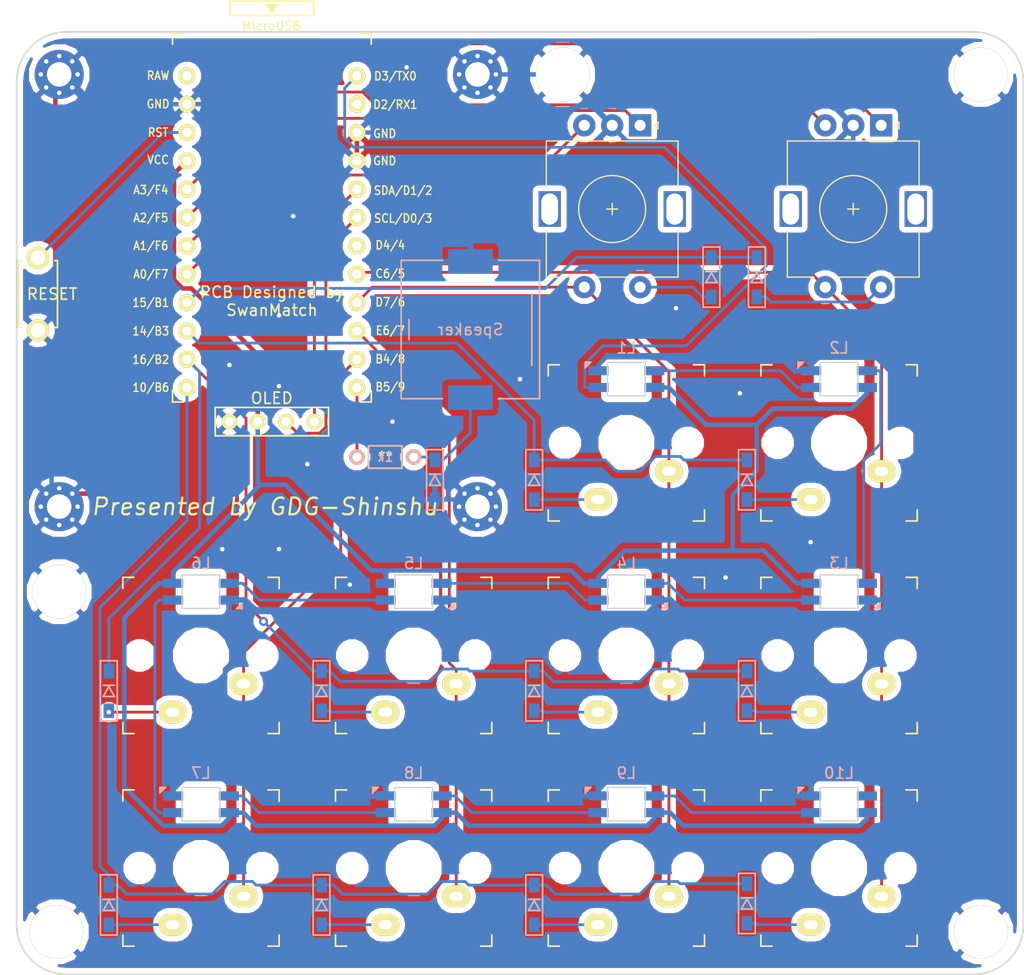
<source format=kicad_pcb>
(kicad_pcb (version 20171130) (host pcbnew 5.0.2-bee76a0~70~ubuntu18.04.1)
  (layers (0 F.Cu signal) (31 B.Cu signal) (34 B.Paste user) (35 F.Paste user) (36 B.SilkS user) (37 F.SilkS user) (38 B.Mask user) (39 F.Mask user) (44 Edge.Cuts user))
  (net 0 "")
  (net 1 ROW1)
  (net 2 "Net-(D1-Pad2)")
  (net 3 "Net-(D2-Pad2)")
  (net 4 "Net-(D3-Pad2)")
  (net 5 "Net-(D4-Pad2)")
  (net 6 ROW2)
  (net 7 "Net-(D5-Pad2)")
  (net 8 "Net-(D6-Pad2)")
  (net 9 "Net-(D7-Pad2)")
  (net 10 "Net-(D8-Pad2)")
  (net 11 ROW3)
  (net 12 "Net-(D9-Pad2)")
  (net 13 "Net-(D10-Pad2)")
  (net 14 "Net-(D11-Pad2)")
  (net 15 "Net-(D12-Pad2)")
  (net 16 ROW4)
  (net 17 "Net-(D17-Pad1)")
  (net 18 GND)
  (net 19 SDA)
  (net 20 SCL)
  (net 21 VCC)
  (net 22 LED)
  (net 23 "Net-(L1-Pad2)")
  (net 24 "Net-(L2-Pad2)")
  (net 25 "Net-(L3-Pad2)")
  (net 26 "Net-(L4-Pad2)")
  (net 27 "Net-(L5-Pad2)")
  (net 28 "Net-(L6-Pad2)")
  (net 29 "Net-(L7-Pad2)")
  (net 30 "Net-(L8-Pad2)")
  (net 31 "Net-(L10-Pad4)")
  (net 32 AUDIO)
  (net 33 COL1)
  (net 34 B1)
  (net 35 A1)
  (net 36 A2)
  (net 37 B2)
  (net 38 COL2)
  (net 39 COL3)
  (net 40 COL4)
  (net 41 RESET)
  (module Mounting_Holes:MountingHole_2.2mm_M2_Pad_Via (layer F.Cu) (at 85.725 60.325)
    (fp_text reference J9 hide)
    (fp_text value Conn_01x01)
    (pad 1 thru_hole circle (at 1.166726 -1.166726) (size 0.7 0.7) (drill 0.4) (layers *.Cu *.Mask) (net 18 GND))
    (pad 1 thru_hole circle (at 0 -1.65) (size 0.7 0.7) (drill 0.4) (layers *.Cu *.Mask) (net 18 GND))
    (pad 1 thru_hole circle (at -1.166726 -1.166726) (size 0.7 0.7) (drill 0.4) (layers *.Cu *.Mask) (net 18 GND))
    (pad 1 thru_hole circle (at -1.65 0) (size 0.7 0.7) (drill 0.4) (layers *.Cu *.Mask) (net 18 GND))
    (pad 1 thru_hole circle (at -1.166726 1.166726) (size 0.7 0.7) (drill 0.4) (layers *.Cu *.Mask) (net 18 GND))
    (pad 1 thru_hole circle (at 0 1.65) (size 0.7 0.7) (drill 0.4) (layers *.Cu *.Mask) (net 18 GND))
    (pad 1 thru_hole circle (at 1.166726 1.166726) (size 0.7 0.7) (drill 0.4) (layers *.Cu *.Mask) (net 18 GND))
    (pad 1 thru_hole circle (at 1.65 0) (size 0.7 0.7) (drill 0.4) (layers *.Cu *.Mask) (net 18 GND))
    (pad 1 thru_hole circle (at 0 0) (size 4.4 4.4) (drill 2.2) (layers *.Cu *.Mask) (net 18 GND))
  )
  (module keyboard:SpacerHole (layer F.Cu) (at 130.81 60.325)
    (fp_text reference J4 hide)
    (fp_text value Conn_01x01 hide)
    (pad 1 thru_hole circle (at 0 0) (size 4.8 4.8) (drill 4.8) (layers *.Cu *.Mask) (net 18 GND))
  )
  (module keyboard:D3_SMD (layer B.Cu) (at 106.68 78.486 270)
    (fp_text reference D1 hide)
    (fp_text value D hide)
    (pad 1 smd rect (at -1.775 0 270) (size 1.3 0.95) (layers B.Cu B.Paste B.Mask) (net 1 ROW1))
    (pad 2 smd rect (at 1.775 0 270) (size 1.3 0.95) (layers B.Cu B.Paste B.Mask) (net 2 "Net-(D1-Pad2)"))
  )
  (module keyboard:D3_SMD (layer B.Cu) (at 110.744 78.486 270)
    (fp_text reference D2 hide)
    (fp_text value D hide)
    (pad 1 smd rect (at -1.775 0 270) (size 1.3 0.95) (layers B.Cu B.Paste B.Mask) (net 1 ROW1))
    (pad 2 smd rect (at 1.775 0 270) (size 1.3 0.95) (layers B.Cu B.Paste B.Mask) (net 3 "Net-(D2-Pad2)"))
  )
  (module keyboard:D3_SMD (layer B.Cu) (at 90.805 96.65 270)
    (fp_text reference D3 hide)
    (fp_text value D hide)
    (pad 1 smd rect (at -1.775 0 270) (size 1.3 0.95) (layers B.Cu B.Paste B.Mask) (net 6 ROW2))
    (pad 2 smd rect (at 1.775 0 270) (size 1.3 0.95) (layers B.Cu B.Paste B.Mask) (net 4 "Net-(D3-Pad2)"))
  )
  (module keyboard:D3_SMD (layer B.Cu) (at 109.855 96.65 270)
    (fp_text reference D4 hide)
    (fp_text value D hide)
    (pad 2 smd rect (at 1.775 0 270) (size 1.3 0.95) (layers B.Cu B.Paste B.Mask) (net 5 "Net-(D4-Pad2)"))
    (pad 1 smd rect (at -1.775 0 270) (size 1.3 0.95) (layers B.Cu B.Paste B.Mask) (net 6 ROW2))
  )
  (module keyboard:D3_SMD (layer B.Cu) (at 52.705 115.57 270)
    (fp_text reference D5 hide)
    (fp_text value D hide)
    (pad 1 smd rect (at -1.775 0 270) (size 1.3 0.95) (layers B.Cu B.Paste B.Mask) (net 11 ROW3))
    (pad 2 smd rect (at 1.775 0 270) (size 1.3 0.95) (layers B.Cu B.Paste B.Mask) (net 7 "Net-(D5-Pad2)"))
  )
  (module keyboard:D3_SMD (layer B.Cu) (at 71.755 115.57 270)
    (fp_text reference D6 hide)
    (fp_text value D hide)
    (pad 2 smd rect (at 1.775 0 270) (size 1.3 0.95) (layers B.Cu B.Paste B.Mask) (net 8 "Net-(D6-Pad2)"))
    (pad 1 smd rect (at -1.775 0 270) (size 1.3 0.95) (layers B.Cu B.Paste B.Mask) (net 11 ROW3))
  )
  (module keyboard:D3_SMD (layer B.Cu) (at 90.805 115.57 270)
    (fp_text reference D7 hide)
    (fp_text value D hide)
    (pad 1 smd rect (at -1.775 0 270) (size 1.3 0.95) (layers B.Cu B.Paste B.Mask) (net 11 ROW3))
    (pad 2 smd rect (at 1.775 0 270) (size 1.3 0.95) (layers B.Cu B.Paste B.Mask) (net 9 "Net-(D7-Pad2)"))
  )
  (module keyboard:D3_SMD (layer B.Cu) (at 109.855 115.57 270)
    (fp_text reference D8 hide)
    (fp_text value D hide)
    (pad 2 smd rect (at 1.775 0 270) (size 1.3 0.95) (layers B.Cu B.Paste B.Mask) (net 10 "Net-(D8-Pad2)"))
    (pad 1 smd rect (at -1.775 0 270) (size 1.3 0.95) (layers B.Cu B.Paste B.Mask) (net 11 ROW3))
  )
  (module keyboard:D3_SMD (layer B.Cu) (at 52.705 134.75 270)
    (fp_text reference D9 hide)
    (fp_text value D hide)
    (pad 1 smd rect (at -1.775 0 270) (size 1.3 0.95) (layers B.Cu B.Paste B.Mask) (net 16 ROW4))
    (pad 2 smd rect (at 1.775 0 270) (size 1.3 0.95) (layers B.Cu B.Paste B.Mask) (net 12 "Net-(D9-Pad2)"))
  )
  (module keyboard:D3_SMD (layer B.Cu) (at 71.755 134.75 270)
    (fp_text reference D10 hide)
    (fp_text value D hide)
    (pad 2 smd rect (at 1.775 0 270) (size 1.3 0.95) (layers B.Cu B.Paste B.Mask) (net 13 "Net-(D10-Pad2)"))
    (pad 1 smd rect (at -1.775 0 270) (size 1.3 0.95) (layers B.Cu B.Paste B.Mask) (net 16 ROW4))
  )
  (module keyboard:D3_SMD (layer B.Cu) (at 90.805 134.75 270)
    (fp_text reference D11 hide)
    (fp_text value D hide)
    (pad 1 smd rect (at -1.775 0 270) (size 1.3 0.95) (layers B.Cu B.Paste B.Mask) (net 16 ROW4))
    (pad 2 smd rect (at 1.775 0 270) (size 1.3 0.95) (layers B.Cu B.Paste B.Mask) (net 14 "Net-(D11-Pad2)"))
  )
  (module keyboard:D3_SMD (layer B.Cu) (at 109.855 134.62 270)
    (fp_text reference D12 hide)
    (fp_text value D hide)
    (pad 2 smd rect (at 1.775 0 270) (size 1.3 0.95) (layers B.Cu B.Paste B.Mask) (net 15 "Net-(D12-Pad2)"))
    (pad 1 smd rect (at -1.775 0 270) (size 1.3 0.95) (layers B.Cu B.Paste B.Mask) (net 16 ROW4))
  )
  (module keyboard:D3_SMD (layer B.Cu) (at 81.915 96.65 270)
    (fp_text reference D17 hide)
    (fp_text value D hide)
    (pad 2 smd rect (at 1.775 0 270) (size 1.3 0.95) (layers B.Cu B.Paste B.Mask) (net 18 GND))
    (pad 1 smd rect (at -1.775 0 270) (size 1.3 0.95) (layers B.Cu B.Paste B.Mask) (net 17 "Net-(D17-Pad1)"))
  )
  (module keyboard:OLED_1side (layer F.Cu) (at 63.5 91.44)
    (fp_text reference J1)
    (fp_text value Conn_01x04 hide)
    (fp_text user OLED (at 3.8 -2.1) (layer F.SilkS))
    (pad 4 thru_hole circle (at 7.62 0) (size 1.397 1.397) (drill 0.8128) (layers *.Cu F.SilkS B.Mask) (net 19 SDA))
    (pad 3 thru_hole circle (at 5.08 0) (size 1.397 1.397) (drill 0.8128) (layers *.Cu F.SilkS B.Mask) (net 20 SCL))
    (pad 2 thru_hole circle (at 2.54 0) (size 1.397 1.397) (drill 0.8128) (layers *.Cu F.SilkS B.Mask) (net 21 VCC))
    (pad 1 thru_hole circle (at 0 0) (size 1.397 1.397) (drill 0.8128) (layers *.Cu F.SilkS B.Mask) (net 18 GND))
  )
  (module keyboard:YS-SK6812MINI-E (layer B.Cu) (at 99.06 87.63)
    (fp_text reference L1 (at 0 -2.8) (layer B.SilkS) (effects (justify mirror)))
    (fp_text value YS-SK6812MINI)
    (fp_line (start -1.7 1.5) (end -1.7 -1.5) (layer Edge.Cuts) (width 0.12))
    (fp_line (start -1.7 -1.5) (end 1.7 -1.5) (layer Edge.Cuts) (width 0.12))
    (fp_line (start 1.7 -1.5) (end 1.7 1.5) (layer Edge.Cuts) (width 0.12))
    (fp_line (start 1.7 1.5) (end -1.7 1.5) (layer Edge.Cuts) (width 0.12))
    (pad 4 smd rect (at -2.5 0.75) (size 1.8 0.82) (layers B.Cu B.Paste B.Mask) (net 22 LED))
    (pad 3 smd rect (at -2.5 -0.75) (size 1.8 0.82) (layers B.Cu B.Paste B.Mask) (net 18 GND))
    (pad 2 smd rect (at 2.5 -0.75) (size 1.8 0.82) (layers B.Cu B.Paste B.Mask) (net 23 "Net-(L1-Pad2)"))
    (pad 1 smd rect (at 2.5 0.75) (size 1.8 0.82) (layers B.Cu B.Paste B.Mask) (net 21 VCC))
  )
  (module keyboard:YS-SK6812MINI-E (layer B.Cu) (at 118.11 87.63)
    (fp_text reference L2 (at 0 -2.8) (layer B.SilkS) (effects (justify mirror)))
    (fp_text value YS-SK6812MINI)
    (fp_line (start 1.7 1.5) (end -1.7 1.5) (layer Edge.Cuts) (width 0.12))
    (fp_line (start 1.7 -1.5) (end 1.7 1.5) (layer Edge.Cuts) (width 0.12))
    (fp_line (start -1.7 -1.5) (end 1.7 -1.5) (layer Edge.Cuts) (width 0.12))
    (fp_line (start -1.7 1.5) (end -1.7 -1.5) (layer Edge.Cuts) (width 0.12))
    (pad 1 smd rect (at 2.5 0.75) (size 1.8 0.82) (layers B.Cu B.Paste B.Mask) (net 21 VCC))
    (pad 2 smd rect (at 2.5 -0.75) (size 1.8 0.82) (layers B.Cu B.Paste B.Mask) (net 24 "Net-(L2-Pad2)"))
    (pad 3 smd rect (at -2.5 -0.75) (size 1.8 0.82) (layers B.Cu B.Paste B.Mask) (net 18 GND))
    (pad 4 smd rect (at -2.5 0.75) (size 1.8 0.82) (layers B.Cu B.Paste B.Mask) (net 23 "Net-(L1-Pad2)"))
  )
  (module keyboard:YS-SK6812MINI-E (layer B.Cu) (at 118.11 106.68 180)
    (fp_text reference L3 (at 0 2.54 180) (layer B.SilkS) (effects (justify mirror)))
    (fp_text value YS-SK6812MINI)
    (fp_line (start -1.7 1.5) (end -1.7 -1.5) (layer Edge.Cuts) (width 0.12))
    (fp_line (start -1.7 -1.5) (end 1.7 -1.5) (layer Edge.Cuts) (width 0.12))
    (fp_line (start 1.7 -1.5) (end 1.7 1.5) (layer Edge.Cuts) (width 0.12))
    (fp_line (start 1.7 1.5) (end -1.7 1.5) (layer Edge.Cuts) (width 0.12))
    (pad 4 smd rect (at -2.5 0.75 180) (size 1.8 0.82) (layers B.Cu B.Paste B.Mask) (net 24 "Net-(L2-Pad2)"))
    (pad 3 smd rect (at -2.5 -0.75 180) (size 1.8 0.82) (layers B.Cu B.Paste B.Mask) (net 18 GND))
    (pad 2 smd rect (at 2.5 -0.75 180) (size 1.8 0.82) (layers B.Cu B.Paste B.Mask) (net 25 "Net-(L3-Pad2)"))
    (pad 1 smd rect (at 2.5 0.75 180) (size 1.8 0.82) (layers B.Cu B.Paste B.Mask) (net 21 VCC))
  )
  (module keyboard:YS-SK6812MINI-E (layer B.Cu) (at 99.06 106.68 180)
    (fp_text reference L4 (at 0 2.54 180) (layer B.SilkS) (effects (justify mirror)))
    (fp_text value YS-SK6812MINI)
    (fp_line (start 1.7 1.5) (end -1.7 1.5) (layer Edge.Cuts) (width 0.12))
    (fp_line (start 1.7 -1.5) (end 1.7 1.5) (layer Edge.Cuts) (width 0.12))
    (fp_line (start -1.7 -1.5) (end 1.7 -1.5) (layer Edge.Cuts) (width 0.12))
    (fp_line (start -1.7 1.5) (end -1.7 -1.5) (layer Edge.Cuts) (width 0.12))
    (pad 1 smd rect (at 2.5 0.75 180) (size 1.8 0.82) (layers B.Cu B.Paste B.Mask) (net 21 VCC))
    (pad 2 smd rect (at 2.5 -0.75 180) (size 1.8 0.82) (layers B.Cu B.Paste B.Mask) (net 26 "Net-(L4-Pad2)"))
    (pad 3 smd rect (at -2.5 -0.75 180) (size 1.8 0.82) (layers B.Cu B.Paste B.Mask) (net 18 GND))
    (pad 4 smd rect (at -2.5 0.75 180) (size 1.8 0.82) (layers B.Cu B.Paste B.Mask) (net 25 "Net-(L3-Pad2)"))
  )
  (module keyboard:YS-SK6812MINI-E (layer B.Cu) (at 80.01 106.68 180)
    (fp_text reference L5 (at 0 2.54 180) (layer B.SilkS) (effects (justify mirror)))
    (fp_text value YS-SK6812MINI)
    (fp_line (start -1.7 1.5) (end -1.7 -1.5) (layer Edge.Cuts) (width 0.12))
    (fp_line (start -1.7 -1.5) (end 1.7 -1.5) (layer Edge.Cuts) (width 0.12))
    (fp_line (start 1.7 -1.5) (end 1.7 1.5) (layer Edge.Cuts) (width 0.12))
    (fp_line (start 1.7 1.5) (end -1.7 1.5) (layer Edge.Cuts) (width 0.12))
    (pad 4 smd rect (at -2.5 0.75 180) (size 1.8 0.82) (layers B.Cu B.Paste B.Mask) (net 26 "Net-(L4-Pad2)"))
    (pad 3 smd rect (at -2.5 -0.75 180) (size 1.8 0.82) (layers B.Cu B.Paste B.Mask) (net 18 GND))
    (pad 2 smd rect (at 2.5 -0.75 180) (size 1.8 0.82) (layers B.Cu B.Paste B.Mask) (net 27 "Net-(L5-Pad2)"))
    (pad 1 smd rect (at 2.5 0.75 180) (size 1.8 0.82) (layers B.Cu B.Paste B.Mask) (net 21 VCC))
  )
  (module keyboard:YS-SK6812MINI-E (layer B.Cu) (at 60.96 106.68 180)
    (fp_text reference L6 (at 0 2.54 180) (layer B.SilkS) (effects (justify mirror)))
    (fp_text value YS-SK6812MINI)
    (fp_line (start -1.7 1.5) (end -1.7 -1.5) (layer Edge.Cuts) (width 0.12))
    (fp_line (start -1.7 -1.5) (end 1.7 -1.5) (layer Edge.Cuts) (width 0.12))
    (fp_line (start 1.7 -1.5) (end 1.7 1.5) (layer Edge.Cuts) (width 0.12))
    (fp_line (start 1.7 1.5) (end -1.7 1.5) (layer Edge.Cuts) (width 0.12))
    (pad 4 smd rect (at -2.5 0.75 180) (size 1.8 0.82) (layers B.Cu B.Paste B.Mask) (net 27 "Net-(L5-Pad2)"))
    (pad 3 smd rect (at -2.5 -0.75 180) (size 1.8 0.82) (layers B.Cu B.Paste B.Mask) (net 18 GND))
    (pad 2 smd rect (at 2.5 -0.75 180) (size 1.8 0.82) (layers B.Cu B.Paste B.Mask) (net 28 "Net-(L6-Pad2)"))
    (pad 1 smd rect (at 2.5 0.75 180) (size 1.8 0.82) (layers B.Cu B.Paste B.Mask) (net 21 VCC))
  )
  (module keyboard:YS-SK6812MINI-E (layer B.Cu) (at 60.96 125.73)
    (fp_text reference L7 (at 0 -2.8) (layer B.SilkS) (effects (justify mirror)))
    (fp_text value YS-SK6812MINI)
    (fp_line (start 1.7 1.5) (end -1.7 1.5) (layer Edge.Cuts) (width 0.12))
    (fp_line (start 1.7 -1.5) (end 1.7 1.5) (layer Edge.Cuts) (width 0.12))
    (fp_line (start -1.7 -1.5) (end 1.7 -1.5) (layer Edge.Cuts) (width 0.12))
    (fp_line (start -1.7 1.5) (end -1.7 -1.5) (layer Edge.Cuts) (width 0.12))
    (pad 1 smd rect (at 2.5 0.75) (size 1.8 0.82) (layers B.Cu B.Paste B.Mask) (net 21 VCC))
    (pad 2 smd rect (at 2.5 -0.75) (size 1.8 0.82) (layers B.Cu B.Paste B.Mask) (net 29 "Net-(L7-Pad2)"))
    (pad 3 smd rect (at -2.5 -0.75) (size 1.8 0.82) (layers B.Cu B.Paste B.Mask) (net 18 GND))
    (pad 4 smd rect (at -2.5 0.75) (size 1.8 0.82) (layers B.Cu B.Paste B.Mask) (net 28 "Net-(L6-Pad2)"))
  )
  (module keyboard:YS-SK6812MINI-E (layer B.Cu) (at 80.01 125.73)
    (fp_text reference L8 (at 0 -2.8) (layer B.SilkS) (effects (justify mirror)))
    (fp_text value YS-SK6812MINI)
    (fp_line (start 1.7 1.5) (end -1.7 1.5) (layer Edge.Cuts) (width 0.12))
    (fp_line (start 1.7 -1.5) (end 1.7 1.5) (layer Edge.Cuts) (width 0.12))
    (fp_line (start -1.7 -1.5) (end 1.7 -1.5) (layer Edge.Cuts) (width 0.12))
    (fp_line (start -1.7 1.5) (end -1.7 -1.5) (layer Edge.Cuts) (width 0.12))
    (pad 1 smd rect (at 2.5 0.75) (size 1.8 0.82) (layers B.Cu B.Paste B.Mask) (net 21 VCC))
    (pad 2 smd rect (at 2.5 -0.75) (size 1.8 0.82) (layers B.Cu B.Paste B.Mask) (net 30 "Net-(L8-Pad2)"))
    (pad 3 smd rect (at -2.5 -0.75) (size 1.8 0.82) (layers B.Cu B.Paste B.Mask) (net 18 GND))
    (pad 4 smd rect (at -2.5 0.75) (size 1.8 0.82) (layers B.Cu B.Paste B.Mask) (net 29 "Net-(L7-Pad2)"))
  )
  (module keyboard:YS-SK6812MINI-E (layer B.Cu) (at 99.06 125.73)
    (fp_text reference L9 (at 0 -2.8) (layer B.SilkS) (effects (justify mirror)))
    (fp_text value YS-SK6812MINI)
    (fp_line (start 1.7 1.5) (end -1.7 1.5) (layer Edge.Cuts) (width 0.12))
    (fp_line (start 1.7 -1.5) (end 1.7 1.5) (layer Edge.Cuts) (width 0.12))
    (fp_line (start -1.7 -1.5) (end 1.7 -1.5) (layer Edge.Cuts) (width 0.12))
    (fp_line (start -1.7 1.5) (end -1.7 -1.5) (layer Edge.Cuts) (width 0.12))
    (pad 1 smd rect (at 2.5 0.75) (size 1.8 0.82) (layers B.Cu B.Paste B.Mask) (net 21 VCC))
    (pad 2 smd rect (at 2.5 -0.75) (size 1.8 0.82) (layers B.Cu B.Paste B.Mask) (net 31 "Net-(L10-Pad4)"))
    (pad 3 smd rect (at -2.5 -0.75) (size 1.8 0.82) (layers B.Cu B.Paste B.Mask) (net 18 GND))
    (pad 4 smd rect (at -2.5 0.75) (size 1.8 0.82) (layers B.Cu B.Paste B.Mask) (net 30 "Net-(L8-Pad2)"))
  )
  (module keyboard:YS-SK6812MINI-E (layer B.Cu) (at 118.11 125.73)
    (fp_text reference L10 (at 0 -2.8) (layer B.SilkS) (effects (justify mirror)))
    (fp_text value YS-SK6812MINI)
    (fp_line (start -1.7 1.5) (end -1.7 -1.5) (layer Edge.Cuts) (width 0.12))
    (fp_line (start -1.7 -1.5) (end 1.7 -1.5) (layer Edge.Cuts) (width 0.12))
    (fp_line (start 1.7 -1.5) (end 1.7 1.5) (layer Edge.Cuts) (width 0.12))
    (fp_line (start 1.7 1.5) (end -1.7 1.5) (layer Edge.Cuts) (width 0.12))
    (pad 4 smd rect (at -2.5 0.75) (size 1.8 0.82) (layers B.Cu B.Paste B.Mask) (net 31 "Net-(L10-Pad4)"))
    (pad 3 smd rect (at -2.5 -0.75) (size 1.8 0.82) (layers B.Cu B.Paste B.Mask) (net 18 GND))
    (pad 2 smd rect (at 2.5 -0.75) (size 1.8 0.82) (layers B.Cu B.Paste B.Mask))
    (pad 1 smd rect (at 2.5 0.75) (size 1.8 0.82) (layers B.Cu B.Paste B.Mask) (net 21 VCC))
  )
  (module keyboard:PKLCS1212E4001_HandSoldering (layer B.Cu) (at 85.09 83.185 270)
    (fp_text reference Speaker (at 0 0) (layer B.SilkS) (effects (justify mirror)))
    (fp_text value Speaker)
    (pad 1 smd rect (at 6.1 0 270) (size 2.2 4) (layers B.Cu B.Paste B.Mask) (net 17 "Net-(D17-Pad1)"))
    (pad 2 smd rect (at -6.1 0 270) (size 2.2 4) (layers B.Cu B.Paste B.Mask) (net 18 GND))
  )
  (module keyboard:R (layer B.Cu) (at 77.47 94.615 180)
    (fp_text reference 1k (at 0 0 180) (layer B.SilkS) (effects (font (size 0.8128 0.8128)) (justify mirror)))
    (fp_text value 1k hide)
    (fp_text user ** (at 0 0.0635 180) (layer F.SilkS) (effects (font (size 0.8128 0.8128))))
    (pad 2 thru_hole circle (at 2.54 0 180) (size 1.397 1.397) (drill 0.8128) (layers *.Cu *.Mask B.SilkS) (net 32 AUDIO))
    (pad 1 thru_hole circle (at -2.54 0 180) (size 1.397 1.397) (drill 0.8128) (layers *.Cu *.Mask B.SilkS) (net 17 "Net-(D17-Pad1)"))
  )
  (module keebio_parts:RotaryEncoder_EC11 (layer F.Cu) (at 97.79 72.39 270)
    (fp_text reference SW1)
    (fp_text value Rotary_Encoder_Switch)
    (pad S1 thru_hole circle (at 7 2.5 270) (size 2 2) (drill 1) (layers *.Cu *.Mask) (net 39 COL3))
    (pad S2 thru_hole circle (at 7 -2.5 270) (size 2 2) (drill 1) (layers *.Cu *.Mask) (net 2 "Net-(D1-Pad2)"))
    (pad "" np_thru_hole rect (at 0 5.6 270) (size 3.2 2) (drill oval 2.8 1.5) (layers *.Cu *.Mask))
    (pad "" np_thru_hole rect (at 0 -5.6 270) (size 3.2 2) (drill oval 2.8 1.5) (layers *.Cu *.Mask))
    (pad B thru_hole circle (at -7.5 2.5 270) (size 2 2) (drill 1) (layers *.Cu *.Mask) (net 34 B1))
    (pad C thru_hole circle (at -7.5 0 270) (size 2 2) (drill 1) (layers *.Cu *.Mask) (net 18 GND))
    (pad A thru_hole rect (at -7.5 -2.5 270) (size 2 2) (drill 1) (layers *.Cu *.Mask) (net 35 A1))
  )
  (module keebio_parts:RotaryEncoder_EC11 (layer F.Cu) (at 119.38 72.39 270)
    (fp_text reference SW2)
    (fp_text value Rotary_Encoder_Switch)
    (pad A thru_hole rect (at -7.5 -2.5 270) (size 2 2) (drill 1) (layers *.Cu *.Mask) (net 36 A2))
    (pad C thru_hole circle (at -7.5 0 270) (size 2 2) (drill 1) (layers *.Cu *.Mask) (net 18 GND))
    (pad B thru_hole circle (at -7.5 2.5 270) (size 2 2) (drill 1) (layers *.Cu *.Mask) (net 37 B2))
    (pad "" np_thru_hole rect (at 0 -5.6 270) (size 3.2 2) (drill oval 2.8 1.5) (layers *.Cu *.Mask))
    (pad "" np_thru_hole rect (at 0 5.6 270) (size 3.2 2) (drill oval 2.8 1.5) (layers *.Cu *.Mask))
    (pad S2 thru_hole circle (at 7 -2.5 270) (size 2 2) (drill 1) (layers *.Cu *.Mask) (net 3 "Net-(D2-Pad2)"))
    (pad S1 thru_hole circle (at 7 2.5 270) (size 2 2) (drill 1) (layers *.Cu *.Mask) (net 40 COL4))
  )
  (module keyboard:ResetSW_1side (layer F.Cu) (at 46.355 80.01 90)
    (fp_text reference SW17 hide)
    (fp_text value SW_PUSH)
    (fp_text user RESET (at 0 1.27 180) (layer F.SilkS))
    (pad 2 thru_hole circle (at -3.25 0 90) (size 2 2) (drill 1.3) (layers *.Cu F.SilkS B.Mask) (net 18 GND))
    (pad 1 thru_hole circle (at 3.25 0 90) (size 2 2) (drill 1.3) (layers *.Cu F.SilkS B.Mask) (net 41 RESET))
  )
  (module keyboard:ProMicro_v3.5 (layer F.Cu) (at 67.31 74.93)
    (fp_text reference U1 hide)
    (fp_text value ProMicro hide)
    (fp_text user "" (at -1.2515 -16.256) (layer B.SilkS) (effects (justify mirror)))
    (fp_text user "" (at -0.545 -17.4) (layer F.SilkS))
    (fp_text user RAW (at -10.195 -14.5 unlocked) (layer F.SilkS) (effects (font (size 0.75 0.67) (thickness 0.125))))
    (fp_text user GND (at -10.195 -11.95 unlocked) (layer F.SilkS) (effects (font (size 0.75 0.67) (thickness 0.125))))
    (fp_text user RST (at -10.195 -9.4 unlocked) (layer F.SilkS) (effects (font (size 0.75 0.67) (thickness 0.125))))
    (fp_text user VCC (at -10.195 -6.95 unlocked) (layer F.SilkS) (effects (font (size 0.75 0.67) (thickness 0.125))))
    (fp_text user A3/F4 (at -10.845 -4.25 unlocked) (layer F.SilkS) (effects (font (size 0.75 0.67) (thickness 0.125))))
    (fp_text user A2/F5 (at -10.845 -1.75 unlocked) (layer F.SilkS) (effects (font (size 0.75 0.67) (thickness 0.125))))
    (fp_text user A1/F6 (at -10.845 0.75 unlocked) (layer F.SilkS) (effects (font (size 0.75 0.67) (thickness 0.125))))
    (fp_text user A0/F7 (at -10.845 3.3 unlocked) (layer F.SilkS) (effects (font (size 0.75 0.67) (thickness 0.125))))
    (fp_text user 15/B1 (at -10.845 5.85 unlocked) (layer F.SilkS) (effects (font (size 0.75 0.67) (thickness 0.125))))
    (fp_text user 14/B3 (at -10.845 8.4 unlocked) (layer F.SilkS) (effects (font (size 0.75 0.67) (thickness 0.125))))
    (fp_text user 10/B6 (at -10.845 13.45 unlocked) (layer F.SilkS) (effects (font (size 0.75 0.67) (thickness 0.125))))
    (fp_text user 16/B2 (at -10.845 10.95 unlocked) (layer F.SilkS) (effects (font (size 0.75 0.67) (thickness 0.125))))
    (fp_text user E6/7 (at 10.605 8.35 unlocked) (layer F.SilkS) (effects (font (size 0.75 0.67) (thickness 0.125))))
    (fp_text user D7/6 (at 10.605 5.8 unlocked) (layer F.SilkS) (effects (font (size 0.75 0.67) (thickness 0.125))))
    (fp_text user GND (at 10.105 -9.3 unlocked) (layer F.SilkS) (effects (font (size 0.75 0.67) (thickness 0.125))))
    (fp_text user GND (at 10.105 -6.85 unlocked) (layer F.SilkS) (effects (font (size 0.75 0.67) (thickness 0.125))))
    (fp_text user D3/TX0 (at 11.055 -14.45 unlocked) (layer F.SilkS) (effects (font (size 0.75 0.67) (thickness 0.125))))
    (fp_text user D4/4 (at 10.605 0.7 unlocked) (layer F.SilkS) (effects (font (size 0.75 0.67) (thickness 0.125))))
    (fp_text user SDA/D1/2 (at 11.755 -4.2 unlocked) (layer F.SilkS) (effects (font (size 0.75 0.67) (thickness 0.125))))
    (fp_text user SCL/D0/3 (at 11.755 -1.7 unlocked) (layer F.SilkS) (effects (font (size 0.75 0.67) (thickness 0.125))))
    (fp_text user C6/5 (at 10.605 3.25 unlocked) (layer F.SilkS) (effects (font (size 0.75 0.67) (thickness 0.125))))
    (fp_text user B5/9 (at 10.605 13.4 unlocked) (layer F.SilkS) (effects (font (size 0.75 0.67) (thickness 0.125))))
    (fp_text user D2/RX1 (at 11.055 -11.9 unlocked) (layer F.SilkS) (effects (font (size 0.75 0.67) (thickness 0.125))))
    (fp_text user B4/8 (at 10.605 10.9 unlocked) (layer F.SilkS) (effects (font (size 0.75 0.67) (thickness 0.125))))
    (fp_text user MicroUSB (at -0.05 -18.95) (layer F.SilkS) (effects (font (size 0.75 0.75) (thickness 0.12))))
    (pad 24 thru_hole circle (at -7.6086 -14.478) (size 1.524 1.524) (drill 0.8128) (layers *.Cu F.SilkS B.Mask))
    (pad 23 thru_hole circle (at -7.6086 -11.938) (size 1.524 1.524) (drill 0.8128) (layers *.Cu F.SilkS B.Mask) (net 18 GND))
    (pad 22 thru_hole circle (at -7.6086 -9.398) (size 1.524 1.524) (drill 0.8128) (layers *.Cu F.SilkS B.Mask) (net 41 RESET))
    (pad 21 thru_hole circle (at -7.6086 -6.858) (size 1.524 1.524) (drill 0.8128) (layers *.Cu F.SilkS B.Mask) (net 21 VCC))
    (pad 20 thru_hole circle (at -7.6086 -4.318) (size 1.524 1.524) (drill 0.8128) (layers *.Cu F.SilkS B.Mask) (net 36 A2))
    (pad 19 thru_hole circle (at -7.6086 -1.778) (size 1.524 1.524) (drill 0.8128) (layers *.Cu F.SilkS B.Mask) (net 37 B2))
    (pad 18 thru_hole circle (at -7.6086 0.762) (size 1.524 1.524) (drill 0.8128) (layers *.Cu F.SilkS B.Mask) (net 35 A1))
    (pad 17 thru_hole circle (at -7.6086 3.302) (size 1.524 1.524) (drill 0.8128) (layers *.Cu F.SilkS B.Mask) (net 34 B1))
    (pad 16 thru_hole circle (at -7.6086 5.842) (size 1.524 1.524) (drill 0.8128) (layers *.Cu F.SilkS B.Mask) (net 1 ROW1))
    (pad 15 thru_hole circle (at -7.6086 8.382) (size 1.524 1.524) (drill 0.8128) (layers *.Cu F.SilkS B.Mask) (net 6 ROW2))
    (pad 14 thru_hole circle (at -7.6086 10.922) (size 1.524 1.524) (drill 0.8128) (layers *.Cu F.SilkS B.Mask) (net 11 ROW3))
    (pad 13 thru_hole circle (at -7.6086 13.462) (size 1.524 1.524) (drill 0.8128) (layers *.Cu F.SilkS B.Mask) (net 16 ROW4))
    (pad 12 thru_hole circle (at 7.6114 13.462) (size 1.524 1.524) (drill 0.8128) (layers *.Cu F.SilkS B.Mask) (net 32 AUDIO))
    (pad 11 thru_hole circle (at 7.6114 10.922) (size 1.524 1.524) (drill 0.8128) (layers *.Cu F.SilkS B.Mask) (net 33 COL1))
    (pad 10 thru_hole circle (at 7.6114 8.382) (size 1.524 1.524) (drill 0.8128) (layers *.Cu F.SilkS B.Mask) (net 38 COL2))
    (pad 9 thru_hole circle (at 7.6114 5.842) (size 1.524 1.524) (drill 0.8128) (layers *.Cu F.SilkS B.Mask) (net 39 COL3))
    (pad 8 thru_hole circle (at 7.6114 3.302) (size 1.524 1.524) (drill 0.8128) (layers *.Cu F.SilkS B.Mask) (net 40 COL4))
    (pad 7 thru_hole circle (at 7.6114 0.762) (size 1.524 1.524) (drill 0.8128) (layers *.Cu F.SilkS B.Mask))
    (pad 6 thru_hole circle (at 7.6114 -1.778) (size 1.524 1.524) (drill 0.8128) (layers *.Cu F.SilkS B.Mask) (net 20 SCL))
    (pad 5 thru_hole circle (at 7.6114 -4.318) (size 1.524 1.524) (drill 0.8128) (layers *.Cu F.SilkS B.Mask) (net 19 SDA))
    (pad 4 thru_hole circle (at 7.6114 -6.858) (size 1.524 1.524) (drill 0.8128) (layers *.Cu F.SilkS B.Mask) (net 18 GND))
    (pad 3 thru_hole circle (at 7.6114 -9.398) (size 1.524 1.524) (drill 0.8128) (layers *.Cu F.SilkS B.Mask) (net 18 GND))
    (pad 2 thru_hole circle (at 7.6114 -11.938) (size 1.524 1.524) (drill 0.8128) (layers *.Cu F.SilkS B.Mask))
    (pad 1 thru_hole circle (at 7.6114 -14.478) (size 1.524 1.524) (drill 0.8128) (layers *.Cu F.SilkS B.Mask) (net 22 LED))
  )
  (module keyboard:MX_1u (layer F.Cu) (at 99.06 93.345 180)
    (fp_text reference SW3 hide)
    (fp_text value SW_PUSH hide)
    (pad "" np_thru_hole circle (at 0 0 270) (size 4 4) (drill 4) (layers *.Cu *.Mask))
    (pad "" np_thru_hole circle (at -5.5 0 270) (size 1.9 1.9) (drill 1.9) (layers *.Cu *.Mask))
    (pad "" np_thru_hole circle (at 5.5 0 270) (size 1.9 1.9) (drill 1.9) (layers *.Cu *.Mask))
    (pad 2 thru_hole oval (at 2.54 -5.08 180) (size 2.5 2) (drill oval 1.2 0.8) (layers *.Cu F.SilkS B.Mask) (net 4 "Net-(D3-Pad2)"))
    (pad 1 thru_hole oval (at -3.81 -2.54 180) (size 2.5 2) (drill oval 1.2 0.8) (layers *.Cu F.SilkS B.Mask) (net 39 COL3))
  )
  (module keyboard:MX_1u (layer F.Cu) (at 118.11 93.345 180)
    (fp_text reference SW4 hide)
    (fp_text value SW_PUSH hide)
    (pad 1 thru_hole oval (at -3.81 -2.54 180) (size 2.5 2) (drill oval 1.2 0.8) (layers *.Cu F.SilkS B.Mask) (net 40 COL4))
    (pad 2 thru_hole oval (at 2.54 -5.08 180) (size 2.5 2) (drill oval 1.2 0.8) (layers *.Cu F.SilkS B.Mask) (net 5 "Net-(D4-Pad2)"))
    (pad "" np_thru_hole circle (at 5.5 0 270) (size 1.9 1.9) (drill 1.9) (layers *.Cu *.Mask))
    (pad "" np_thru_hole circle (at -5.5 0 270) (size 1.9 1.9) (drill 1.9) (layers *.Cu *.Mask))
    (pad "" np_thru_hole circle (at 0 0 270) (size 4 4) (drill 4) (layers *.Cu *.Mask))
  )
  (module keyboard:MX_1u (layer F.Cu) (at 60.96 112.395 180)
    (fp_text reference SW5 hide)
    (fp_text value SW_PUSH hide)
    (pad "" np_thru_hole circle (at 0 0 270) (size 4 4) (drill 4) (layers *.Cu *.Mask))
    (pad "" np_thru_hole circle (at -5.5 0 270) (size 1.9 1.9) (drill 1.9) (layers *.Cu *.Mask))
    (pad "" np_thru_hole circle (at 5.5 0 270) (size 1.9 1.9) (drill 1.9) (layers *.Cu *.Mask))
    (pad 2 thru_hole oval (at 2.54 -5.08 180) (size 2.5 2) (drill oval 1.2 0.8) (layers *.Cu F.SilkS B.Mask) (net 7 "Net-(D5-Pad2)"))
    (pad 1 thru_hole oval (at -3.81 -2.54 180) (size 2.5 2) (drill oval 1.2 0.8) (layers *.Cu F.SilkS B.Mask) (net 33 COL1))
  )
  (module keyboard:MX_1u (layer F.Cu) (at 80.01 112.395 180)
    (fp_text reference SW6 hide)
    (fp_text value SW_PUSH hide)
    (pad 1 thru_hole oval (at -3.81 -2.54 180) (size 2.5 2) (drill oval 1.2 0.8) (layers *.Cu F.SilkS B.Mask) (net 38 COL2))
    (pad 2 thru_hole oval (at 2.54 -5.08 180) (size 2.5 2) (drill oval 1.2 0.8) (layers *.Cu F.SilkS B.Mask) (net 8 "Net-(D6-Pad2)"))
    (pad "" np_thru_hole circle (at 5.5 0 270) (size 1.9 1.9) (drill 1.9) (layers *.Cu *.Mask))
    (pad "" np_thru_hole circle (at -5.5 0 270) (size 1.9 1.9) (drill 1.9) (layers *.Cu *.Mask))
    (pad "" np_thru_hole circle (at 0 0 270) (size 4 4) (drill 4) (layers *.Cu *.Mask))
  )
  (module keyboard:MX_1u (layer F.Cu) (at 99.06 112.395 180)
    (fp_text reference SW7 hide)
    (fp_text value SW_PUSH hide)
    (pad "" np_thru_hole circle (at 0 0 270) (size 4 4) (drill 4) (layers *.Cu *.Mask))
    (pad "" np_thru_hole circle (at -5.5 0 270) (size 1.9 1.9) (drill 1.9) (layers *.Cu *.Mask))
    (pad "" np_thru_hole circle (at 5.5 0 270) (size 1.9 1.9) (drill 1.9) (layers *.Cu *.Mask))
    (pad 2 thru_hole oval (at 2.54 -5.08 180) (size 2.5 2) (drill oval 1.2 0.8) (layers *.Cu F.SilkS B.Mask) (net 9 "Net-(D7-Pad2)"))
    (pad 1 thru_hole oval (at -3.81 -2.54 180) (size 2.5 2) (drill oval 1.2 0.8) (layers *.Cu F.SilkS B.Mask) (net 39 COL3))
  )
  (module keyboard:MX_1u (layer F.Cu) (at 118.11 112.395 180)
    (fp_text reference SW8 hide)
    (fp_text value SW_PUSH hide)
    (pad 1 thru_hole oval (at -3.81 -2.54 180) (size 2.5 2) (drill oval 1.2 0.8) (layers *.Cu F.SilkS B.Mask) (net 40 COL4))
    (pad 2 thru_hole oval (at 2.54 -5.08 180) (size 2.5 2) (drill oval 1.2 0.8) (layers *.Cu F.SilkS B.Mask) (net 10 "Net-(D8-Pad2)"))
    (pad "" np_thru_hole circle (at 5.5 0 270) (size 1.9 1.9) (drill 1.9) (layers *.Cu *.Mask))
    (pad "" np_thru_hole circle (at -5.5 0 270) (size 1.9 1.9) (drill 1.9) (layers *.Cu *.Mask))
    (pad "" np_thru_hole circle (at 0 0 270) (size 4 4) (drill 4) (layers *.Cu *.Mask))
  )
  (module keyboard:MX_1u (layer F.Cu) (at 60.96 131.445 180)
    (fp_text reference SW9 hide)
    (fp_text value SW_PUSH hide)
    (pad 1 thru_hole oval (at -3.81 -2.54 180) (size 2.5 2) (drill oval 1.2 0.8) (layers *.Cu F.SilkS B.Mask) (net 33 COL1))
    (pad 2 thru_hole oval (at 2.54 -5.08 180) (size 2.5 2) (drill oval 1.2 0.8) (layers *.Cu F.SilkS B.Mask) (net 12 "Net-(D9-Pad2)"))
    (pad "" np_thru_hole circle (at 5.5 0 270) (size 1.9 1.9) (drill 1.9) (layers *.Cu *.Mask))
    (pad "" np_thru_hole circle (at -5.5 0 270) (size 1.9 1.9) (drill 1.9) (layers *.Cu *.Mask))
    (pad "" np_thru_hole circle (at 0 0 270) (size 4 4) (drill 4) (layers *.Cu *.Mask))
  )
  (module keyboard:MX_1u (layer F.Cu) (at 80.01 131.445 180)
    (fp_text reference SW10 hide)
    (fp_text value SW_PUSH hide)
    (pad "" np_thru_hole circle (at 0 0 270) (size 4 4) (drill 4) (layers *.Cu *.Mask))
    (pad "" np_thru_hole circle (at -5.5 0 270) (size 1.9 1.9) (drill 1.9) (layers *.Cu *.Mask))
    (pad "" np_thru_hole circle (at 5.5 0 270) (size 1.9 1.9) (drill 1.9) (layers *.Cu *.Mask))
    (pad 2 thru_hole oval (at 2.54 -5.08 180) (size 2.5 2) (drill oval 1.2 0.8) (layers *.Cu F.SilkS B.Mask) (net 13 "Net-(D10-Pad2)"))
    (pad 1 thru_hole oval (at -3.81 -2.54 180) (size 2.5 2) (drill oval 1.2 0.8) (layers *.Cu F.SilkS B.Mask) (net 38 COL2))
  )
  (module keyboard:MX_1u (layer F.Cu) (at 99.06 131.445 180)
    (fp_text reference SW11 hide)
    (fp_text value SW_PUSH hide)
    (pad 1 thru_hole oval (at -3.81 -2.54 180) (size 2.5 2) (drill oval 1.2 0.8) (layers *.Cu F.SilkS B.Mask) (net 39 COL3))
    (pad 2 thru_hole oval (at 2.54 -5.08 180) (size 2.5 2) (drill oval 1.2 0.8) (layers *.Cu F.SilkS B.Mask) (net 14 "Net-(D11-Pad2)"))
    (pad "" np_thru_hole circle (at 5.5 0 270) (size 1.9 1.9) (drill 1.9) (layers *.Cu *.Mask))
    (pad "" np_thru_hole circle (at -5.5 0 270) (size 1.9 1.9) (drill 1.9) (layers *.Cu *.Mask))
    (pad "" np_thru_hole circle (at 0 0 270) (size 4 4) (drill 4) (layers *.Cu *.Mask))
  )
  (module keyboard:MX_1u (layer F.Cu) (at 118.11 131.445 180)
    (fp_text reference SW12 hide)
    (fp_text value SW_PUSH hide)
    (pad "" np_thru_hole circle (at 0 0 270) (size 4 4) (drill 4) (layers *.Cu *.Mask))
    (pad "" np_thru_hole circle (at -5.5 0 270) (size 1.9 1.9) (drill 1.9) (layers *.Cu *.Mask))
    (pad "" np_thru_hole circle (at 5.5 0 270) (size 1.9 1.9) (drill 1.9) (layers *.Cu *.Mask))
    (pad 2 thru_hole oval (at 2.54 -5.08 180) (size 2.5 2) (drill oval 1.2 0.8) (layers *.Cu F.SilkS B.Mask) (net 15 "Net-(D12-Pad2)"))
    (pad 1 thru_hole oval (at -3.81 -2.54 180) (size 2.5 2) (drill oval 1.2 0.8) (layers *.Cu F.SilkS B.Mask) (net 40 COL4))
  )
  (module keyboard:SpacerHole (layer F.Cu) (at 130.81 137.16)
    (fp_text reference J3 hide)
    (fp_text value Conn_01x01 hide)
    (pad 1 thru_hole circle (at 0 0) (size 4.8 4.8) (drill 4.8) (layers *.Cu *.Mask) (net 18 GND))
  )
  (module keyboard:SpacerHole (layer F.Cu) (at 48.006 137.16)
    (fp_text reference J5 hide)
    (fp_text value Conn_01x01 hide)
    (pad 1 thru_hole circle (at 0 0) (size 4.8 4.8) (drill 4.8) (layers *.Cu *.Mask) (net 18 GND))
  )
  (module Mounting_Holes:MountingHole_2.2mm_M2_Pad_Via (layer F.Cu) (at 48.26 99.06)
    (fp_text reference J7 hide)
    (fp_text value Conn_01x01)
    (pad 1 thru_hole circle (at 1.166726 -1.166726) (size 0.7 0.7) (drill 0.4) (layers *.Cu *.Mask) (net 18 GND))
    (pad 1 thru_hole circle (at 0 -1.65) (size 0.7 0.7) (drill 0.4) (layers *.Cu *.Mask) (net 18 GND))
    (pad 1 thru_hole circle (at -1.166726 -1.166726) (size 0.7 0.7) (drill 0.4) (layers *.Cu *.Mask) (net 18 GND))
    (pad 1 thru_hole circle (at -1.65 0) (size 0.7 0.7) (drill 0.4) (layers *.Cu *.Mask) (net 18 GND))
    (pad 1 thru_hole circle (at -1.166726 1.166726) (size 0.7 0.7) (drill 0.4) (layers *.Cu *.Mask) (net 18 GND))
    (pad 1 thru_hole circle (at 0 1.65) (size 0.7 0.7) (drill 0.4) (layers *.Cu *.Mask) (net 18 GND))
    (pad 1 thru_hole circle (at 1.166726 1.166726) (size 0.7 0.7) (drill 0.4) (layers *.Cu *.Mask) (net 18 GND))
    (pad 1 thru_hole circle (at 1.65 0) (size 0.7 0.7) (drill 0.4) (layers *.Cu *.Mask) (net 18 GND))
    (pad 1 thru_hole circle (at 0 0) (size 4.4 4.4) (drill 2.2) (layers *.Cu *.Mask) (net 18 GND))
  )
  (module Mounting_Holes:MountingHole_2.2mm_M2_Pad_Via (layer F.Cu) (at 48.26 60.325)
    (fp_text reference J8 hide)
    (fp_text value Conn_01x01)
    (pad 1 thru_hole circle (at 0 0) (size 4.4 4.4) (drill 2.2) (layers *.Cu *.Mask) (net 18 GND))
    (pad 1 thru_hole circle (at 1.65 0) (size 0.7 0.7) (drill 0.4) (layers *.Cu *.Mask) (net 18 GND))
    (pad 1 thru_hole circle (at 1.166726 1.166726) (size 0.7 0.7) (drill 0.4) (layers *.Cu *.Mask) (net 18 GND))
    (pad 1 thru_hole circle (at 0 1.65) (size 0.7 0.7) (drill 0.4) (layers *.Cu *.Mask) (net 18 GND))
    (pad 1 thru_hole circle (at -1.166726 1.166726) (size 0.7 0.7) (drill 0.4) (layers *.Cu *.Mask) (net 18 GND))
    (pad 1 thru_hole circle (at -1.65 0) (size 0.7 0.7) (drill 0.4) (layers *.Cu *.Mask) (net 18 GND))
    (pad 1 thru_hole circle (at -1.166726 -1.166726) (size 0.7 0.7) (drill 0.4) (layers *.Cu *.Mask) (net 18 GND))
    (pad 1 thru_hole circle (at 0 -1.65) (size 0.7 0.7) (drill 0.4) (layers *.Cu *.Mask) (net 18 GND))
    (pad 1 thru_hole circle (at 1.166726 -1.166726) (size 0.7 0.7) (drill 0.4) (layers *.Cu *.Mask) (net 18 GND))
  )
  (module keyboard:SpacerHole (layer F.Cu) (at 48.26 106.68)
    (fp_text reference J2 hide)
    (fp_text value Conn_01x01 hide)
    (pad 1 thru_hole circle (at 0 0) (size 4.8 4.8) (drill 4.8) (layers *.Cu *.Mask) (net 18 GND))
  )
  (module Mounting_Holes:MountingHole_2.2mm_M2_Pad_Via (layer F.Cu) (at 85.725 99.06)
    (fp_text reference J10 hide)
    (fp_text value Conn_01x01)
    (pad 1 thru_hole circle (at 1.166726 -1.166726) (size 0.7 0.7) (drill 0.4) (layers *.Cu *.Mask) (net 18 GND))
    (pad 1 thru_hole circle (at 0 -1.65) (size 0.7 0.7) (drill 0.4) (layers *.Cu *.Mask) (net 18 GND))
    (pad 1 thru_hole circle (at -1.166726 -1.166726) (size 0.7 0.7) (drill 0.4) (layers *.Cu *.Mask) (net 18 GND))
    (pad 1 thru_hole circle (at -1.65 0) (size 0.7 0.7) (drill 0.4) (layers *.Cu *.Mask) (net 18 GND))
    (pad 1 thru_hole circle (at -1.166726 1.166726) (size 0.7 0.7) (drill 0.4) (layers *.Cu *.Mask) (net 18 GND))
    (pad 1 thru_hole circle (at 0 1.65) (size 0.7 0.7) (drill 0.4) (layers *.Cu *.Mask) (net 18 GND))
    (pad 1 thru_hole circle (at 1.166726 1.166726) (size 0.7 0.7) (drill 0.4) (layers *.Cu *.Mask) (net 18 GND))
    (pad 1 thru_hole circle (at 1.65 0) (size 0.7 0.7) (drill 0.4) (layers *.Cu *.Mask) (net 18 GND))
    (pad 1 thru_hole circle (at 0 0) (size 4.4 4.4) (drill 2.2) (layers *.Cu *.Mask) (net 18 GND))
  )
  (module keyboard:SpacerHole (layer F.Cu) (at 93.345 60.325)
    (fp_text reference J6 hide)
    (fp_text value Conn_01x01 hide)
    (pad 1 thru_hole circle (at 0 0) (size 4.8 4.8) (drill 4.8) (layers *.Cu *.Mask) (net 18 GND))
  )
  (gr_text "Presented by GDG-Shinshu" (at 66.675 99.06) (layer F.SilkS) (effects (font (size 1.5 1.5) (thickness 0.2) italic)))
  (gr_text "PCB Designed by\nSwanMatch" (at 67.31 80.645) (layer F.SilkS) (effects (font (size 1 1))))
  (gr_arc (start 48.895 60.96) (end 48.895 56.515) (angle -90) (layer Edge.Cuts) (width 0.15))
  (gr_arc (start 130.175 60.96) (end 134.62 60.96) (angle -90) (layer Edge.Cuts) (width 0.15))
  (gr_arc (start 130.175 136.525) (end 130.175 140.97) (angle -90) (layer Edge.Cuts) (width 0.15))
  (gr_arc (start 48.895 136.525) (end 44.45 136.525) (angle -90) (layer Edge.Cuts) (width 0.15))
  (gr_line (start 48.895 56.515) (end 130.175 56.515) (layer Edge.Cuts) (width 0.15))
  (gr_line (start 44.45 136.525) (end 44.45 60.96) (layer Edge.Cuts) (width 0.15))
  (gr_line (start 130.175 140.97) (end 48.895 140.97) (layer Edge.Cuts) (width 0.15))
  (gr_line (start 134.62 136.525) (end 134.62 60.96) (layer Edge.Cuts) (width 0.15))
  (segment (start 59.7014 80.772) (end 60.9714 79.502) (width 0.25) (layer B.Cu) (net 1))
  (segment (start 60.9714 79.502) (end 91.8177 79.502) (width 0.25) (layer B.Cu) (net 1))
  (segment (start 91.8177 79.502) (end 94.6087 76.711) (width 0.25) (layer B.Cu) (net 1))
  (segment (start 94.6087 76.711) (end 106.68 76.711) (width 0.25) (layer B.Cu) (net 1))
  (segment (start 110.744 76.711) (end 106.68 76.711) (width 0.25) (layer B.Cu) (net 1))
  (segment (start 106.68 80.261) (end 105.8797 80.261) (width 0.25) (layer B.Cu) (net 2))
  (segment (start 100.29 79.39) (end 105.0087 79.39) (width 0.25) (layer B.Cu) (net 2))
  (segment (start 105.0087 79.39) (end 105.8797 80.261) (width 0.25) (layer B.Cu) (net 2))
  (segment (start 110.744 80.261) (end 111.5443 80.261) (width 0.25) (layer B.Cu) (net 3))
  (segment (start 121.88 79.39) (end 120.5504 80.7196) (width 0.25) (layer B.Cu) (net 3))
  (segment (start 120.5504 80.7196) (end 112.0029 80.7196) (width 0.25) (layer B.Cu) (net 3))
  (segment (start 112.0029 80.7196) (end 111.5443 80.261) (width 0.25) (layer B.Cu) (net 3))
  (segment (start 90.805 98.425) (end 96.52 98.425) (width 0.25) (layer B.Cu) (net 4))
  (segment (start 115.57 98.425) (end 109.855 98.425) (width 0.25) (layer B.Cu) (net 5))
  (segment (start 97.148998 94.875) (end 98.158998 95.885) (width 0.25) (layer B.Cu) (net 6))
  (segment (start 90.805 94.875) (end 97.148998 94.875) (width 0.25) (layer B.Cu) (net 6))
  (segment (start 98.158998 95.885) (end 100.33 95.885) (width 0.25) (layer B.Cu) (net 6))
  (segment (start 104.202998 94.875) (end 109.855 94.875) (width 0.25) (layer B.Cu) (net 6))
  (segment (start 103.887988 94.55999) (end 104.202998 94.875) (width 0.25) (layer B.Cu) (net 6))
  (segment (start 101.65501 94.55999) (end 103.887988 94.55999) (width 0.25) (layer B.Cu) (net 6))
  (segment (start 100.33 95.885) (end 101.65501 94.55999) (width 0.25) (layer B.Cu) (net 6))
  (segment (start 60.788401 84.399001) (end 59.7014 83.312) (width 0.25) (layer B.Cu) (net 6))
  (segment (start 83.889003 84.399001) (end 60.788401 84.399001) (width 0.25) (layer B.Cu) (net 6))
  (segment (start 90.805 91.314998) (end 83.889003 84.399001) (width 0.25) (layer B.Cu) (net 6))
  (segment (start 90.805 94.875) (end 90.805 91.314998) (width 0.25) (layer B.Cu) (net 6))
  (via (at 52.705 117.475) (size 0.8) (drill 0.4) (layers F.Cu B.Cu) (net 7))
  (segment (start 58.42 117.475) (end 52.705 117.475) (width 0.25) (layer F.Cu) (net 7))
  (segment (start 71.755 117.345) (end 72.5553 117.345) (width 0.25) (layer B.Cu) (net 8))
  (segment (start 77.47 117.475) (end 72.6853 117.475) (width 0.25) (layer B.Cu) (net 8))
  (segment (start 72.6853 117.475) (end 72.5553 117.345) (width 0.25) (layer B.Cu) (net 8))
  (segment (start 90.805 117.345) (end 91.6053 117.345) (width 0.25) (layer B.Cu) (net 9))
  (segment (start 96.52 117.475) (end 91.7353 117.475) (width 0.25) (layer B.Cu) (net 9))
  (segment (start 91.7353 117.475) (end 91.6053 117.345) (width 0.25) (layer B.Cu) (net 9))
  (segment (start 109.855 117.345) (end 110.6553 117.345) (width 0.25) (layer B.Cu) (net 10))
  (segment (start 115.57 117.475) (end 110.7853 117.475) (width 0.25) (layer B.Cu) (net 10))
  (segment (start 110.7853 117.475) (end 110.6553 117.345) (width 0.25) (layer B.Cu) (net 10))
  (segment (start 90.805 113.795) (end 91.6053 113.795) (width 0.25) (layer B.Cu) (net 11))
  (segment (start 91.6053 113.795) (end 92.5453 114.735) (width 0.25) (layer B.Cu) (net 11))
  (segment (start 92.5453 114.735) (end 100.26 114.735) (width 0.25) (layer B.Cu) (net 11))
  (segment (start 100.26 114.735) (end 101.3893 113.6057) (width 0.25) (layer B.Cu) (net 11))
  (segment (start 101.3893 113.6057) (end 103.6651 113.6057) (width 0.25) (layer B.Cu) (net 11))
  (segment (start 103.6651 113.6057) (end 103.8544 113.795) (width 0.25) (layer B.Cu) (net 11))
  (segment (start 103.8544 113.795) (end 109.855 113.795) (width 0.25) (layer B.Cu) (net 11))
  (segment (start 52.705 113.795) (end 52.705 109.1009) (width 0.25) (layer B.Cu) (net 11))
  (segment (start 52.705 109.1009) (end 60.832 100.9739) (width 0.25) (layer B.Cu) (net 11))
  (segment (start 60.832 100.9739) (end 60.832 86.9826) (width 0.25) (layer B.Cu) (net 11))
  (segment (start 60.832 86.9826) (end 59.7014 85.852) (width 0.25) (layer B.Cu) (net 11))
  (segment (start 71.755 113.795) (end 70.9547 113.795) (width 0.25) (layer B.Cu) (net 11))
  (segment (start 66.5605 109.345) (end 70.9547 113.7392) (width 0.25) (layer B.Cu) (net 11))
  (segment (start 70.9547 113.7392) (end 70.9547 113.795) (width 0.25) (layer B.Cu) (net 11))
  (segment (start 59.7014 85.852) (end 64.9916 91.1422) (width 0.25) (layer F.Cu) (net 11))
  (segment (start 64.9916 91.1422) (end 64.9916 107.7761) (width 0.25) (layer F.Cu) (net 11))
  (segment (start 64.9916 107.7761) (end 66.5605 109.345) (width 0.25) (layer F.Cu) (net 11))
  (via (at 66.5605 109.345) (size 0.8) (layers F.Cu B.Cu) (net 11))
  (segment (start 73.405001 114.720001) (end 81.494999 114.720001) (width 0.25) (layer B.Cu) (net 11))
  (segment (start 71.755 113.795) (end 72.48 113.795) (width 0.25) (layer B.Cu) (net 11))
  (segment (start 72.48 113.795) (end 73.405001 114.720001) (width 0.25) (layer B.Cu) (net 11))
  (segment (start 85.022998 113.795) (end 90.805 113.795) (width 0.25) (layer B.Cu) (net 11))
  (segment (start 84.837988 113.60999) (end 85.022998 113.795) (width 0.25) (layer B.Cu) (net 11))
  (segment (start 82.60501 113.60999) (end 84.837988 113.60999) (width 0.25) (layer B.Cu) (net 11))
  (segment (start 81.494999 114.720001) (end 82.60501 113.60999) (width 0.25) (layer B.Cu) (net 11))
  (segment (start 58.42 136.525) (end 52.705 136.525) (width 0.25) (layer B.Cu) (net 12))
  (segment (start 77.47 136.525) (end 71.755 136.525) (width 0.25) (layer B.Cu) (net 13))
  (segment (start 96.52 136.525) (end 90.805 136.525) (width 0.25) (layer B.Cu) (net 14))
  (segment (start 109.855 136.395) (end 110.6553 136.395) (width 0.25) (layer B.Cu) (net 15))
  (segment (start 115.57 136.525) (end 110.7853 136.525) (width 0.25) (layer B.Cu) (net 15))
  (segment (start 110.7853 136.525) (end 110.6553 136.395) (width 0.25) (layer B.Cu) (net 15))
  (segment (start 100.26 133.785) (end 101.3893 132.6557) (width 0.25) (layer B.Cu) (net 16))
  (segment (start 101.3893 132.6557) (end 103.6651 132.6557) (width 0.25) (layer B.Cu) (net 16))
  (segment (start 103.6651 132.6557) (end 103.8544 132.845) (width 0.25) (layer B.Cu) (net 16))
  (segment (start 103.8544 132.845) (end 109.855 132.845) (width 0.25) (layer B.Cu) (net 16))
  (segment (start 59.7014 88.392) (end 59.7014 100.3186) (width 0.25) (layer B.Cu) (net 16))
  (segment (start 52.705 132.075) (end 52.705 132.975) (width 0.25) (layer B.Cu) (net 16))
  (segment (start 51.904999 131.274999) (end 52.705 132.075) (width 0.25) (layer B.Cu) (net 16))
  (segment (start 51.904999 108.115001) (end 51.904999 131.274999) (width 0.25) (layer B.Cu) (net 16))
  (segment (start 59.7014 100.3186) (end 51.904999 108.115001) (width 0.25) (layer B.Cu) (net 16))
  (segment (start 54.3056 133.7753) (end 61.9457 133.7753) (width 0.25) (layer B.Cu) (net 16))
  (segment (start 61.9457 133.7753) (end 63.0706 132.6504) (width 0.25) (layer B.Cu) (net 16))
  (segment (start 53.5053 132.975) (end 54.3056 133.7753) (width 0.25) (layer B.Cu) (net 16))
  (segment (start 52.705 132.975) (end 53.5053 132.975) (width 0.25) (layer B.Cu) (net 16))
  (segment (start 65.559247 132.6504) (end 63.0706 132.6504) (width 0.25) (layer B.Cu) (net 16))
  (segment (start 71.755 132.975) (end 65.883847 132.975) (width 0.25) (layer B.Cu) (net 16))
  (segment (start 65.883847 132.975) (end 65.559247 132.6504) (width 0.25) (layer B.Cu) (net 16))
  (segment (start 72.85 132.975) (end 71.755 132.975) (width 0.25) (layer B.Cu) (net 16))
  (segment (start 84.6151 132.6557) (end 82.3393 132.6557) (width 0.25) (layer B.Cu) (net 16))
  (segment (start 84.9344 132.975) (end 84.6151 132.6557) (width 0.25) (layer B.Cu) (net 16))
  (segment (start 73.66 133.785) (end 72.85 132.975) (width 0.25) (layer B.Cu) (net 16))
  (segment (start 90.805 132.975) (end 84.9344 132.975) (width 0.25) (layer B.Cu) (net 16))
  (segment (start 82.3393 132.6557) (end 81.21 133.785) (width 0.25) (layer B.Cu) (net 16))
  (segment (start 81.21 133.785) (end 73.66 133.785) (width 0.25) (layer B.Cu) (net 16))
  (segment (start 91.9 132.975) (end 90.805 132.975) (width 0.25) (layer B.Cu) (net 16))
  (segment (start 92.71 133.785) (end 91.9 132.975) (width 0.25) (layer B.Cu) (net 16))
  (segment (start 92.71 133.785) (end 100.26 133.785) (width 0.25) (layer B.Cu) (net 16))
  (segment (start 81.655 94.615) (end 81.915 94.875) (width 0.25) (layer B.Cu) (net 17))
  (segment (start 80.01 94.615) (end 81.655 94.615) (width 0.25) (layer B.Cu) (net 17))
  (segment (start 82.64 94.875) (end 81.915 94.875) (width 0.25) (layer B.Cu) (net 17))
  (segment (start 85.09 92.425) (end 82.64 94.875) (width 0.25) (layer B.Cu) (net 17))
  (segment (start 85.09 89.285) (end 85.09 92.425) (width 0.25) (layer B.Cu) (net 17))
  (segment (start 85.09 77.085) (end 85.09 75.5847) (width 0.4) (layer B.Cu) (net 18))
  (segment (start 85.09 75.5847) (end 82.4341 75.5847) (width 0.4) (layer B.Cu) (net 18))
  (segment (start 82.4341 75.5847) (end 74.9214 68.072) (width 0.4) (layer B.Cu) (net 18))
  (segment (start 59.7014 62.992) (end 69.8414 62.992) (width 0.4) (layer B.Cu) (net 18))
  (segment (start 69.8414 62.992) (end 74.9214 68.072) (width 0.4) (layer B.Cu) (net 18))
  (segment (start 97.79 64.89) (end 97.79 64.9923) (width 0.4) (layer B.Cu) (net 18))
  (segment (start 97.79 64.9923) (end 99.1253 66.3276) (width 0.4) (layer B.Cu) (net 18))
  (segment (start 99.1253 66.3276) (end 119.38 66.3276) (width 0.4) (layer B.Cu) (net 18))
  (segment (start 119.38 66.3276) (end 123.2937 70.2413) (width 0.4) (layer B.Cu) (net 18))
  (segment (start 123.2937 70.2413) (end 123.2937 83.8687) (width 0.4) (layer B.Cu) (net 18))
  (segment (start 123.2937 83.8687) (end 121.4516 85.7108) (width 0.4) (layer B.Cu) (net 18))
  (segment (start 119.38 64.89) (end 119.38 66.3276) (width 0.4) (layer B.Cu) (net 18))
  (segment (start 47.0933 61.4917) (end 46.61 61.0084) (width 0.4) (layer F.Cu) (net 18))
  (segment (start 46.61 61.0084) (end 46.61 60.325) (width 0.4) (layer F.Cu) (net 18))
  (segment (start 47.9183 62.3167) (end 47.0933 61.4917) (width 0.4) (layer F.Cu) (net 18))
  (segment (start 121.4516 85.7108) (end 124.9604 89.2196) (width 0.4) (layer B.Cu) (net 18))
  (segment (start 124.9604 89.2196) (end 124.9604 104.3799) (width 0.4) (layer B.Cu) (net 18))
  (segment (start 124.9604 104.3799) (end 121.9103 107.43) (width 0.4) (layer B.Cu) (net 18))
  (segment (start 115.61 86.3637) (end 116.2629 85.7108) (width 0.4) (layer B.Cu) (net 18))
  (segment (start 116.2629 85.7108) (end 121.4516 85.7108) (width 0.4) (layer B.Cu) (net 18))
  (segment (start 115.61 86.88) (end 115.61 86.3637) (width 0.4) (layer B.Cu) (net 18))
  (segment (start 96.56 86.88) (end 96.56 86.3581) (width 0.4) (layer B.Cu) (net 18))
  (segment (start 96.56 86.3581) (end 97.2494 85.6687) (width 0.4) (layer B.Cu) (net 18))
  (segment (start 97.2494 85.6687) (end 114.915 85.6687) (width 0.4) (layer B.Cu) (net 18))
  (segment (start 114.915 85.6687) (end 115.61 86.3637) (width 0.4) (layer B.Cu) (net 18))
  (segment (start 115.666 108.5913) (end 119.9665 108.5913) (width 0.4) (layer B.Cu) (net 18))
  (segment (start 119.9665 108.5913) (end 120.61 107.9478) (width 0.4) (layer B.Cu) (net 18))
  (segment (start 120.61 107.9478) (end 120.61 107.43) (width 0.4) (layer B.Cu) (net 18))
  (segment (start 101.56 107.9478) (end 102.2035 108.5913) (width 0.4) (layer B.Cu) (net 18))
  (segment (start 102.2035 108.5913) (end 115.666 108.5913) (width 0.4) (layer B.Cu) (net 18))
  (segment (start 115.666 108.5913) (end 115.666 113.3911) (width 0.4) (layer B.Cu) (net 18))
  (segment (start 115.666 113.3911) (end 117.2524 114.9775) (width 0.4) (layer B.Cu) (net 18))
  (segment (start 117.2524 114.9775) (end 117.2524 120.4733) (width 0.4) (layer B.Cu) (net 18))
  (segment (start 117.2524 120.4733) (end 115.61 122.1157) (width 0.4) (layer B.Cu) (net 18))
  (segment (start 115.61 122.1157) (end 115.61 124.98) (width 0.4) (layer B.Cu) (net 18))
  (segment (start 49.91 61.4917) (end 51.4103 62.992) (width 0.4) (layer B.Cu) (net 18))
  (segment (start 51.4103 62.992) (end 59.7014 62.992) (width 0.4) (layer B.Cu) (net 18))
  (segment (start 101.56 107.43) (end 101.56 107.9478) (width 0.4) (layer B.Cu) (net 18))
  (segment (start 101.56 107.9478) (end 100.9274 108.5804) (width 0.4) (layer B.Cu) (net 18))
  (segment (start 100.9274 108.5804) (end 83.1426 108.5804) (width 0.4) (layer B.Cu) (net 18))
  (segment (start 83.1426 108.5804) (end 82.51 107.9478) (width 0.4) (layer B.Cu) (net 18))
  (segment (start 82.51 107.9478) (end 82.51 107.43) (width 0.4) (layer B.Cu) (net 18))
  (segment (start 64.7603 108.5016) (end 67.2821 108.5016) (width 0.4) (layer B.Cu) (net 18))
  (segment (start 67.2821 108.5016) (end 67.366 108.5855) (width 0.4) (layer B.Cu) (net 18))
  (segment (start 67.366 108.5855) (end 81.8723 108.5855) (width 0.4) (layer B.Cu) (net 18))
  (segment (start 81.8723 108.5855) (end 82.51 107.9478) (width 0.4) (layer B.Cu) (net 18))
  (segment (start 120.61 107.43) (end 121.9103 107.43) (width 0.4) (layer B.Cu) (net 18))
  (segment (start 49.91 61.4917) (end 49.4267 61.4917) (width 0.4) (layer B.Cu) (net 18))
  (segment (start 49.91 60.325) (end 49.91 61.4917) (width 0.4) (layer B.Cu) (net 18))
  (segment (start 64.7603 108.5016) (end 64.7603 107.43) (width 0.4) (layer B.Cu) (net 18))
  (segment (start 63.1186 120.6117) (end 63.1186 113.6312) (width 0.4) (layer B.Cu) (net 18))
  (segment (start 63.1186 113.6312) (end 64.7603 111.9895) (width 0.4) (layer B.Cu) (net 18))
  (segment (start 64.7603 111.9895) (end 64.7603 108.5016) (width 0.4) (layer B.Cu) (net 18))
  (segment (start 47.3246 99.0495) (end 47.0933 99.2808) (width 0.4) (layer F.Cu) (net 18))
  (segment (start 47.0933 99.2808) (end 47.0933 100.2267) (width 0.4) (layer F.Cu) (net 18))
  (segment (start 48.26 99.06) (end 48.2495 99.0495) (width 0.4) (layer F.Cu) (net 18))
  (segment (start 48.2495 99.0495) (end 47.3246 99.0495) (width 0.4) (layer F.Cu) (net 18))
  (segment (start 47.0933 98.8183) (end 47.3246 99.0495) (width 0.4) (layer F.Cu) (net 18))
  (segment (start 114.3097 124.98) (end 113.1129 123.7832) (width 0.4) (layer B.Cu) (net 18))
  (segment (start 113.1129 123.7832) (end 97.2314 123.7832) (width 0.4) (layer B.Cu) (net 18))
  (segment (start 97.2314 123.7832) (end 96.56 124.4546) (width 0.4) (layer B.Cu) (net 18))
  (segment (start 96.56 124.4546) (end 96.56 124.98) (width 0.4) (layer B.Cu) (net 18))
  (segment (start 77.51 124.98) (end 76.2097 124.98) (width 0.4) (layer B.Cu) (net 18))
  (segment (start 63.1186 120.6117) (end 71.8414 120.6117) (width 0.4) (layer B.Cu) (net 18))
  (segment (start 71.8414 120.6117) (end 76.2097 124.98) (width 0.4) (layer B.Cu) (net 18))
  (segment (start 58.46 124.98) (end 58.46 124.4544) (width 0.4) (layer B.Cu) (net 18))
  (segment (start 58.46 124.4544) (end 62.3027 120.6117) (width 0.4) (layer B.Cu) (net 18))
  (segment (start 62.3027 120.6117) (end 63.1186 120.6117) (width 0.4) (layer B.Cu) (net 18))
  (segment (start 63.46 107.43) (end 64.7603 107.43) (width 0.4) (layer B.Cu) (net 18))
  (segment (start 49.91 60.325) (end 49.4267 59.8417) (width 0.4) (layer F.Cu) (net 18))
  (segment (start 49.91 97.8933) (end 49.4267 97.8933) (width 0.4) (layer F.Cu) (net 18))
  (segment (start 63.5 91.44) (end 57.0467 97.8933) (width 0.4) (layer F.Cu) (net 18))
  (segment (start 57.0467 97.8933) (end 49.91 97.8933) (width 0.4) (layer F.Cu) (net 18))
  (segment (start 49.91 97.8933) (end 49.91 99.06) (width 0.4) (layer F.Cu) (net 18))
  (segment (start 46.61 99.06) (end 46.8517 98.8183) (width 0.4) (layer F.Cu) (net 18))
  (segment (start 46.8517 98.8183) (end 47.0933 98.8183) (width 0.4) (layer F.Cu) (net 18))
  (segment (start 47.0933 98.8183) (end 47.0933 97.8933) (width 0.4) (layer F.Cu) (net 18))
  (segment (start 49.4267 59.8417) (end 49.4267 59.1583) (width 0.4) (layer F.Cu) (net 18))
  (segment (start 48.26 60.325) (end 48.9434 60.325) (width 0.4) (layer F.Cu) (net 18))
  (segment (start 48.9434 60.325) (end 49.4267 59.8417) (width 0.4) (layer F.Cu) (net 18))
  (segment (start 46.355 83.26) (end 47.9183 81.6967) (width 0.4) (layer F.Cu) (net 18))
  (segment (start 47.9183 81.6967) (end 47.9183 62.3167) (width 0.4) (layer F.Cu) (net 18))
  (segment (start 48.26 61.975) (end 47.9183 62.3167) (width 0.4) (layer F.Cu) (net 18))
  (segment (start 47.5766 97.41) (end 47.0933 97.8933) (width 0.4) (layer B.Cu) (net 18))
  (segment (start 48.26 97.41) (end 47.5766 97.41) (width 0.4) (layer B.Cu) (net 18))
  (segment (start 46.355 83.26) (end 47.5766 84.4816) (width 0.4) (layer B.Cu) (net 18))
  (segment (start 47.5766 84.4816) (end 47.5766 97.41) (width 0.4) (layer B.Cu) (net 18))
  (segment (start 47.0933 100.2267) (end 47.7767 100.2267) (width 0.4) (layer B.Cu) (net 18))
  (segment (start 47.7767 100.2267) (end 48.26 100.71) (width 0.4) (layer B.Cu) (net 18))
  (segment (start 49.4267 100.2267) (end 48.7433 100.2267) (width 0.4) (layer B.Cu) (net 18))
  (segment (start 48.7433 100.2267) (end 48.26 100.71) (width 0.4) (layer B.Cu) (net 18))
  (segment (start 115.61 124.98) (end 114.3097 124.98) (width 0.4) (layer B.Cu) (net 18))
  (segment (start 74.9214 65.532) (end 74.9214 68.072) (width 0.4) (layer F.Cu) (net 18))
  (segment (start 49.91 99.06) (end 49.4267 99.5433) (width 0.4) (layer F.Cu) (net 18))
  (segment (start 49.4267 99.5433) (end 49.4267 100.2267) (width 0.4) (layer F.Cu) (net 18))
  (segment (start 49.4267 61.4917) (end 48.7433 61.4917) (width 0.4) (layer B.Cu) (net 18))
  (segment (start 48.7433 61.4917) (end 48.26 61.975) (width 0.4) (layer B.Cu) (net 18))
  (segment (start 47.0933 59.1583) (end 47.7767 59.1583) (width 0.4) (layer B.Cu) (net 18))
  (segment (start 47.7767 59.1583) (end 48.26 58.675) (width 0.4) (layer B.Cu) (net 18))
  (segment (start 49.4267 59.1583) (end 48.7433 59.1583) (width 0.4) (layer B.Cu) (net 18))
  (segment (start 48.7433 59.1583) (end 48.26 58.675) (width 0.4) (layer B.Cu) (net 18))
  (via (at 70.485 95.25) (size 0.8) (drill 0.4) (layers F.Cu B.Cu) (net 18))
  (via (at 69.215 73.025) (size 0.8) (drill 0.4) (layers F.Cu B.Cu) (net 18))
  (via (at 67.945 88.265) (size 0.8) (drill 0.4) (layers F.Cu B.Cu) (net 18))
  (via (at 63.5 86.36) (size 0.8) (drill 0.4) (layers F.Cu B.Cu) (net 18))
  (via (at 79.375 59.69) (size 0.8) (drill 0.4) (layers F.Cu B.Cu) (net 18))
  (via (at 107.95 105.41) (size 0.8) (drill 0.4) (layers F.Cu B.Cu) (net 18))
  (via (at 115.57 102.235) (size 0.8) (drill 0.4) (layers F.Cu B.Cu) (net 18))
  (via (at 67.945 102.87) (size 0.8) (drill 0.4) (layers F.Cu B.Cu) (net 18))
  (via (at 74.295 106.045) (size 0.8) (drill 0.4) (layers F.Cu B.Cu) (net 18))
  (via (at 62.865 102.87) (size 0.8) (drill 0.4) (layers F.Cu B.Cu) (net 18))
  (via (at 78.105 91.44) (size 0.8) (drill 0.4) (layers F.Cu B.Cu) (net 18))
  (via (at 89.535 87.63) (size 0.8) (drill 0.4) (layers F.Cu B.Cu) (net 18))
  (via (at 67.945 81.915) (size 0.8) (drill 0.4) (layers F.Cu B.Cu) (net 18))
  (via (at 103.505 81.28) (size 0.8) (drill 0.4) (layers F.Cu B.Cu) (net 18))
  (via (at 109.22 88.9) (size 0.8) (drill 0.4) (layers F.Cu B.Cu) (net 18))
  (segment (start 80.518 65.532) (end 85.725 60.325) (width 0.4) (layer B.Cu) (net 18))
  (segment (start 74.9214 65.532) (end 80.518 65.532) (width 0.4) (layer B.Cu) (net 18))
  (segment (start 93.225 60.325) (end 97.79 64.89) (width 0.4) (layer B.Cu) (net 18))
  (segment (start 85.725 60.325) (end 93.225 60.325) (width 0.4) (layer B.Cu) (net 18))
  (segment (start 85.09 98.425) (end 85.725 99.06) (width 0.4) (layer B.Cu) (net 18))
  (segment (start 81.915 98.425) (end 85.09 98.425) (width 0.4) (layer B.Cu) (net 18))
  (segment (start 73.939218 98.425) (end 81.915 98.425) (width 0.4) (layer B.Cu) (net 18))
  (segment (start 67.138501 91.624283) (end 73.939218 98.425) (width 0.4) (layer B.Cu) (net 18))
  (segment (start 67.138501 90.912719) (end 67.138501 91.624283) (width 0.4) (layer B.Cu) (net 18))
  (segment (start 66.567281 90.341499) (end 67.138501 90.912719) (width 0.4) (layer B.Cu) (net 18))
  (segment (start 63.5 91.44) (end 64.598501 90.341499) (width 0.4) (layer B.Cu) (net 18))
  (segment (start 64.598501 90.341499) (end 66.567281 90.341499) (width 0.4) (layer B.Cu) (net 18))
  (segment (start 74.9214 70.612) (end 71.12 74.4134) (width 0.25) (layer F.Cu) (net 19))
  (segment (start 71.12 74.4134) (end 71.12 91.44) (width 0.25) (layer F.Cu) (net 19))
  (segment (start 68.58 91.44) (end 69.6118 92.4718) (width 0.25) (layer F.Cu) (net 20))
  (segment (start 69.6118 92.4718) (end 71.5882 92.4718) (width 0.25) (layer F.Cu) (net 20))
  (segment (start 71.5882 92.4718) (end 72.1459 91.9141) (width 0.25) (layer F.Cu) (net 20))
  (segment (start 72.1459 91.9141) (end 72.1459 75.9275) (width 0.25) (layer F.Cu) (net 20))
  (segment (start 72.1459 75.9275) (end 74.9214 73.152) (width 0.25) (layer F.Cu) (net 20))
  (segment (start 98.9124 102.9934) (end 96.56 105.3458) (width 0.4) (layer B.Cu) (net 21))
  (segment (start 96.56 105.3458) (end 96.56 105.93) (width 0.4) (layer B.Cu) (net 21))
  (segment (start 114.3097 105.93) (end 111.3731 102.9934) (width 0.4) (layer B.Cu) (net 21))
  (segment (start 111.3731 102.9934) (end 108.585 102.9934) (width 0.4) (layer B.Cu) (net 21))
  (segment (start 76.2097 104.779) (end 94.1087 104.779) (width 0.4) (layer B.Cu) (net 21))
  (segment (start 94.1087 104.779) (end 95.2597 105.93) (width 0.4) (layer B.Cu) (net 21))
  (segment (start 66.2711 97.1021) (end 68.5328 97.1021) (width 0.4) (layer B.Cu) (net 21))
  (segment (start 68.5328 97.1021) (end 76.2097 104.779) (width 0.4) (layer B.Cu) (net 21))
  (segment (start 96.56 105.93) (end 95.2597 105.93) (width 0.4) (layer B.Cu) (net 21))
  (segment (start 110.7337 91.7245) (end 106.2048 91.7245) (width 0.4) (layer B.Cu) (net 21))
  (segment (start 106.2048 91.7245) (end 102.8603 88.38) (width 0.4) (layer B.Cu) (net 21))
  (segment (start 120.61 88.38) (end 120.61 88.8978) (width 0.4) (layer B.Cu) (net 21))
  (segment (start 120.61 88.8978) (end 119.2342 90.2736) (width 0.4) (layer B.Cu) (net 21))
  (segment (start 119.2342 90.2736) (end 112.1846 90.2736) (width 0.4) (layer B.Cu) (net 21))
  (segment (start 112.1846 90.2736) (end 110.7337 91.7245) (width 0.4) (layer B.Cu) (net 21))
  (segment (start 115.61 105.93) (end 114.3097 105.93) (width 0.4) (layer B.Cu) (net 21))
  (segment (start 58.46 105.93) (end 57.1597 105.93) (width 0.4) (layer B.Cu) (net 21))
  (segment (start 57.1597 105.93) (end 54.0963 108.9934) (width 0.4) (layer B.Cu) (net 21))
  (segment (start 54.0963 108.9934) (end 54.0963 124.1602) (width 0.4) (layer B.Cu) (net 21))
  (segment (start 54.0963 124.1602) (end 57.5774 127.6413) (width 0.4) (layer B.Cu) (net 21))
  (segment (start 57.5774 127.6413) (end 62.8165 127.6413) (width 0.4) (layer B.Cu) (net 21))
  (segment (start 62.8165 127.6413) (end 63.46 126.9978) (width 0.4) (layer B.Cu) (net 21))
  (segment (start 63.46 126.9978) (end 63.46 126.48) (width 0.4) (layer B.Cu) (net 21))
  (segment (start 66.2711 97.1021) (end 58.46 104.9132) (width 0.4) (layer B.Cu) (net 21))
  (segment (start 58.46 104.9132) (end 58.46 105.93) (width 0.4) (layer B.Cu) (net 21))
  (segment (start 101.56 88.38) (end 102.8603 88.38) (width 0.4) (layer B.Cu) (net 21))
  (segment (start 64.7603 126.48) (end 65.9216 127.6413) (width 0.4) (layer B.Cu) (net 21))
  (segment (start 65.9216 127.6413) (end 81.8665 127.6413) (width 0.4) (layer B.Cu) (net 21))
  (segment (start 81.8665 127.6413) (end 82.51 126.9978) (width 0.4) (layer B.Cu) (net 21))
  (segment (start 82.51 126.9978) (end 82.51 126.48) (width 0.4) (layer B.Cu) (net 21))
  (segment (start 66.04 91.44) (end 66.04 96.871) (width 0.4) (layer B.Cu) (net 21))
  (segment (start 66.04 96.871) (end 66.2711 97.1021) (width 0.4) (layer B.Cu) (net 21))
  (segment (start 59.7014 68.072) (end 58.5389 69.2345) (width 0.4) (layer F.Cu) (net 21))
  (segment (start 58.5389 69.2345) (end 58.5389 78.7258) (width 0.4) (layer F.Cu) (net 21))
  (segment (start 58.5389 78.7258) (end 59.3151 79.502) (width 0.4) (layer F.Cu) (net 21))
  (segment (start 59.3151 79.502) (end 60.0895 79.502) (width 0.4) (layer F.Cu) (net 21))
  (segment (start 60.0895 79.502) (end 66.04 85.4525) (width 0.4) (layer F.Cu) (net 21))
  (segment (start 66.04 85.4525) (end 66.04 91.44) (width 0.4) (layer F.Cu) (net 21))
  (segment (start 63.46 126.48) (end 64.7603 126.48) (width 0.4) (layer B.Cu) (net 21))
  (segment (start 82.51 126.48) (end 83.8103 126.48) (width 0.4) (layer B.Cu) (net 21))
  (segment (start 83.8103 126.48) (end 84.9784 127.6481) (width 0.4) (layer B.Cu) (net 21))
  (segment (start 84.9784 127.6481) (end 100.9111 127.6481) (width 0.4) (layer B.Cu) (net 21))
  (segment (start 100.9111 127.6481) (end 101.56 126.9992) (width 0.4) (layer B.Cu) (net 21))
  (segment (start 101.56 126.9992) (end 101.56 126.48) (width 0.4) (layer B.Cu) (net 21))
  (segment (start 77.169 104.779) (end 76.2097 104.779) (width 0.4) (layer B.Cu) (net 21))
  (segment (start 77.51 105.12) (end 77.169 104.779) (width 0.4) (layer B.Cu) (net 21))
  (segment (start 77.51 105.93) (end 77.51 105.12) (width 0.4) (layer B.Cu) (net 21))
  (segment (start 102.985 126.48) (end 101.56 126.48) (width 0.4) (layer B.Cu) (net 21))
  (segment (start 119.9665 127.6413) (end 104.1463 127.6413) (width 0.4) (layer B.Cu) (net 21))
  (segment (start 104.1463 127.6413) (end 102.985 126.48) (width 0.4) (layer B.Cu) (net 21))
  (segment (start 120.61 126.48) (end 120.61 126.9978) (width 0.4) (layer B.Cu) (net 21))
  (segment (start 120.61 126.9978) (end 119.9665 127.6413) (width 0.4) (layer B.Cu) (net 21))
  (segment (start 108.585 97.990002) (end 108.585 102.9934) (width 0.4) (layer B.Cu) (net 21))
  (segment (start 110.7337 95.841302) (end 108.585 97.990002) (width 0.4) (layer B.Cu) (net 21))
  (segment (start 110.7337 91.7245) (end 110.7337 95.841302) (width 0.4) (layer B.Cu) (net 21))
  (segment (start 108.585 102.9934) (end 98.9124 102.9934) (width 0.4) (layer B.Cu) (net 21))
  (segment (start 96.56 88.38) (end 95.3347 88.38) (width 0.25) (layer B.Cu) (net 22))
  (segment (start 74.9214 60.452) (end 73.8294 61.544) (width 0.25) (layer B.Cu) (net 22))
  (segment (start 73.8294 61.544) (end 73.8294 66.0415) (width 0.25) (layer B.Cu) (net 22))
  (segment (start 73.8294 66.0415) (end 74.6409 66.853) (width 0.25) (layer B.Cu) (net 22))
  (segment (start 74.6409 66.853) (end 102.4832 66.853) (width 0.25) (layer B.Cu) (net 22))
  (segment (start 102.4832 66.853) (end 111.5897 75.9595) (width 0.25) (layer B.Cu) (net 22))
  (segment (start 111.5897 75.9595) (end 111.5897 77.4748) (width 0.25) (layer B.Cu) (net 22))
  (segment (start 111.5897 77.4748) (end 104.411 84.6535) (width 0.25) (layer B.Cu) (net 22))
  (segment (start 104.411 84.6535) (end 96.9597 84.6535) (width 0.25) (layer B.Cu) (net 22))
  (segment (start 96.9597 84.6535) (end 95.3347 86.2785) (width 0.25) (layer B.Cu) (net 22))
  (segment (start 95.3347 86.2785) (end 95.3347 88.38) (width 0.25) (layer B.Cu) (net 22))
  (segment (start 115.61 88.38) (end 114.3847 88.38) (width 0.25) (layer B.Cu) (net 23))
  (segment (start 114.3847 88.38) (end 112.8847 86.88) (width 0.25) (layer B.Cu) (net 23))
  (segment (start 112.8847 86.88) (end 101.56 86.88) (width 0.25) (layer B.Cu) (net 23))
  (segment (start 120.61 86.88) (end 121.8353 86.88) (width 0.25) (layer B.Cu) (net 24))
  (segment (start 121.8353 86.88) (end 121.8353 93.4161) (width 0.25) (layer B.Cu) (net 24))
  (segment (start 121.8353 93.4161) (end 120.3134 94.938) (width 0.25) (layer B.Cu) (net 24))
  (segment (start 120.3134 94.938) (end 120.3134 105.6334) (width 0.25) (layer B.Cu) (net 24))
  (segment (start 120.3134 105.6334) (end 120.61 105.93) (width 0.25) (layer B.Cu) (net 24))
  (segment (start 101.56 105.93) (end 102.7853 105.93) (width 0.25) (layer B.Cu) (net 25))
  (segment (start 102.7853 105.93) (end 104.2853 107.43) (width 0.25) (layer B.Cu) (net 25))
  (segment (start 104.2853 107.43) (end 115.61 107.43) (width 0.25) (layer B.Cu) (net 25))
  (segment (start 96.56 107.43) (end 95.3347 107.43) (width 0.25) (layer B.Cu) (net 26))
  (segment (start 95.3347 107.43) (end 93.8347 105.93) (width 0.25) (layer B.Cu) (net 26))
  (segment (start 93.8347 105.93) (end 82.51 105.93) (width 0.25) (layer B.Cu) (net 26))
  (segment (start 63.46 105.93) (end 64.6853 105.93) (width 0.25) (layer B.Cu) (net 27))
  (segment (start 64.6853 105.93) (end 66.1853 107.43) (width 0.25) (layer B.Cu) (net 27))
  (segment (start 66.1853 107.43) (end 77.51 107.43) (width 0.25) (layer B.Cu) (net 27))
  (segment (start 58.46 107.43) (end 57.2347 107.43) (width 0.25) (layer B.Cu) (net 28))
  (segment (start 58.46 126.48) (end 57.2347 126.48) (width 0.25) (layer B.Cu) (net 28))
  (segment (start 57.2347 126.48) (end 56.8269 126.0722) (width 0.25) (layer B.Cu) (net 28))
  (segment (start 56.8269 126.0722) (end 56.8269 107.8378) (width 0.25) (layer B.Cu) (net 28))
  (segment (start 56.8269 107.8378) (end 57.2347 107.43) (width 0.25) (layer B.Cu) (net 28))
  (segment (start 77.51 126.48) (end 66.155 126.48) (width 0.25) (layer B.Cu) (net 29))
  (segment (start 64.655 124.98) (end 63.46 124.98) (width 0.25) (layer B.Cu) (net 29))
  (segment (start 66.155 126.48) (end 64.655 124.98) (width 0.25) (layer B.Cu) (net 29))
  (segment (start 96.56 126.48) (end 85.205 126.48) (width 0.25) (layer B.Cu) (net 30))
  (segment (start 83.705 124.98) (end 82.51 124.98) (width 0.25) (layer B.Cu) (net 30))
  (segment (start 85.205 126.48) (end 83.705 124.98) (width 0.25) (layer B.Cu) (net 30))
  (segment (start 115.61 126.48) (end 104.89 126.48) (width 0.25) (layer B.Cu) (net 31))
  (segment (start 103.39 124.98) (end 101.56 124.98) (width 0.25) (layer B.Cu) (net 31))
  (segment (start 104.89 126.48) (end 103.39 124.98) (width 0.25) (layer B.Cu) (net 31))
  (segment (start 74.9214 88.392) (end 74.93 88.4006) (width 0.25) (layer F.Cu) (net 32))
  (segment (start 74.93 88.4006) (end 74.93 94.615) (width 0.25) (layer F.Cu) (net 32))
  (segment (start 64.77 133.985) (end 64.77 114.935) (width 0.25) (layer F.Cu) (net 33))
  (segment (start 64.77 114.935) (end 64.77 112.1613) (width 0.25) (layer F.Cu) (net 33))
  (segment (start 64.77 112.1613) (end 73.4688 103.4625) (width 0.25) (layer F.Cu) (net 33))
  (segment (start 73.4688 103.4625) (end 73.4688 87.3046) (width 0.25) (layer F.Cu) (net 33))
  (segment (start 73.4688 87.3046) (end 74.9214 85.852) (width 0.25) (layer F.Cu) (net 33))
  (segment (start 59.7014 78.232) (end 68.5914 69.342) (width 0.25) (layer F.Cu) (net 34))
  (segment (start 68.5914 69.342) (end 90.838 69.342) (width 0.25) (layer F.Cu) (net 34))
  (segment (start 90.838 69.342) (end 95.29 64.89) (width 0.25) (layer F.Cu) (net 34))
  (segment (start 98.9587 63.5587) (end 100.29 64.89) (width 0.25) (layer F.Cu) (net 35))
  (segment (start 94.4211 63.5587) (end 97.79 63.5587) (width 0.25) (layer F.Cu) (net 35))
  (segment (start 97.79 63.5587) (end 98.9587 63.5587) (width 0.25) (layer F.Cu) (net 35))
  (segment (start 71.1314 64.262) (end 76.073 64.262) (width 0.25) (layer F.Cu) (net 35))
  (segment (start 76.073 64.262) (end 76.7763 63.5587) (width 0.25) (layer F.Cu) (net 35))
  (segment (start 59.7014 75.692) (end 71.1314 64.262) (width 0.25) (layer F.Cu) (net 35))
  (segment (start 76.7763 63.5587) (end 97.79 63.5587) (width 0.25) (layer F.Cu) (net 35))
  (segment (start 59.7014 70.612) (end 72.7315 57.5819) (width 0.25) (layer F.Cu) (net 36))
  (segment (start 72.7315 57.5819) (end 114.5719 57.5819) (width 0.25) (layer F.Cu) (net 36))
  (segment (start 114.5719 57.5819) (end 121.88 64.89) (width 0.25) (layer F.Cu) (net 36))
  (segment (start 116.88 64.89) (end 115.0403 63.0503) (width 0.25) (layer F.Cu) (net 37))
  (segment (start 70.6234 62.23) (end 70.9576 61.8958) (width 0.25) (layer F.Cu) (net 37))
  (segment (start 59.7014 73.152) (end 70.6234 62.23) (width 0.25) (layer F.Cu) (net 37))
  (segment (start 75.443161 61.904999) (end 70.948401 61.904999) (width 0.25) (layer F.Cu) (net 37))
  (segment (start 76.588462 63.0503) (end 75.443161 61.904999) (width 0.25) (layer F.Cu) (net 37))
  (segment (start 70.948401 61.904999) (end 70.6234 62.23) (width 0.25) (layer F.Cu) (net 37))
  (segment (start 115.0403 63.0503) (end 76.588462 63.0503) (width 0.25) (layer F.Cu) (net 37))
  (segment (start 83.82 133.985) (end 83.82 114.935) (width 0.25) (layer F.Cu) (net 38))
  (segment (start 83.82 113.685) (end 83.82 114.935) (width 0.25) (layer F.Cu) (net 38))
  (segment (start 83.199999 113.064999) (end 83.82 113.685) (width 0.25) (layer F.Cu) (net 38))
  (segment (start 83.199999 91.590599) (end 83.199999 113.064999) (width 0.25) (layer F.Cu) (net 38))
  (segment (start 74.9214 83.312) (end 83.199999 91.590599) (width 0.25) (layer F.Cu) (net 38))
  (segment (start 102.87 114.935) (end 102.87 133.985) (width 0.25) (layer F.Cu) (net 39))
  (segment (start 102.87 114.935) (end 102.87 95.885) (width 0.25) (layer F.Cu) (net 39))
  (segment (start 102.87 86.97) (end 95.29 79.39) (width 0.25) (layer F.Cu) (net 39))
  (segment (start 102.87 95.885) (end 102.87 86.97) (width 0.25) (layer F.Cu) (net 39))
  (segment (start 76.3034 79.39) (end 74.9214 80.772) (width 0.25) (layer F.Cu) (net 39))
  (segment (start 95.29 79.39) (end 76.3034 79.39) (width 0.25) (layer F.Cu) (net 39))
  (segment (start 116.88 79.39) (end 115.5493 78.0593) (width 0.25) (layer F.Cu) (net 40))
  (segment (start 115.5493 78.0593) (end 75.0941 78.0593) (width 0.25) (layer F.Cu) (net 40))
  (segment (start 75.0941 78.0593) (end 74.9214 78.232) (width 0.25) (layer F.Cu) (net 40))
  (segment (start 121.92 95.885) (end 121.92 84.43) (width 0.25) (layer F.Cu) (net 40))
  (segment (start 121.92 84.43) (end 116.88 79.39) (width 0.25) (layer F.Cu) (net 40))
  (segment (start 121.92 114.935) (end 121.92 133.985) (width 0.25) (layer F.Cu) (net 40))
  (segment (start 121.92 95.885) (end 121.92 114.935) (width 0.25) (layer F.Cu) (net 40))
  (segment (start 59.7014 65.532) (end 57.583 65.532) (width 0.25) (layer B.Cu) (net 41))
  (segment (start 57.583 65.532) (end 46.355 76.76) (width 0.25) (layer B.Cu) (net 41))
  (zone (net 18) (net_name GND) (layer B.Cu) (connect_pads (clearance 0.508)) (min_thickness 0.254) (fill yes (arc_segments 16) (thermal_gap 0.508) (thermal_bridge_width 0.508))
    (polygon (pts (xy 134.62 140.97) (xy 44.45 140.97) (xy 44.45 56.515) (xy 134.62 56.515)))
  )
  (zone (net 18) (net_name GND) (layer F.Cu) (connect_pads (clearance 0.508)) (min_thickness 0.254) (fill yes (arc_segments 16) (thermal_gap 0.508) (thermal_bridge_width 0.508))
    (polygon (pts (xy 134.62 140.97) (xy 44.45 140.97) (xy 44.45 56.515) (xy 134.62 56.515)))
  )
)
</source>
